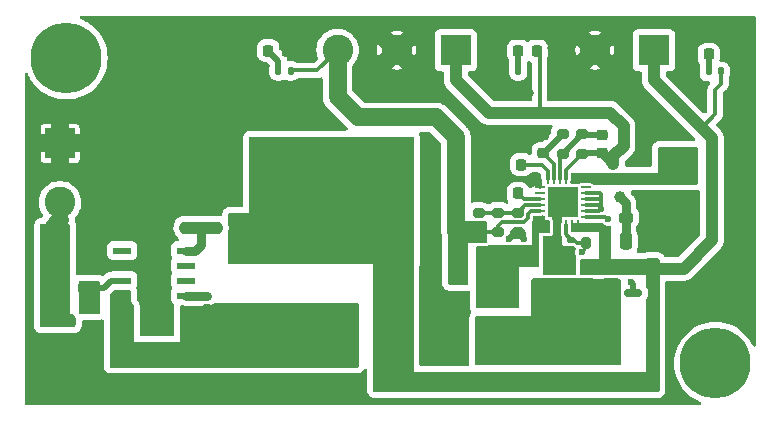
<source format=gtl>
G04 #@! TF.GenerationSoftware,KiCad,Pcbnew,7.0.7*
G04 #@! TF.CreationDate,2023-09-29T07:28:47+02:00*
G04 #@! TF.ProjectId,shmoergh-dual-rail-psu,73686d6f-6572-4676-982d-6475616c2d72,rev?*
G04 #@! TF.SameCoordinates,Original*
G04 #@! TF.FileFunction,Copper,L1,Top*
G04 #@! TF.FilePolarity,Positive*
%FSLAX46Y46*%
G04 Gerber Fmt 4.6, Leading zero omitted, Abs format (unit mm)*
G04 Created by KiCad (PCBNEW 7.0.7) date 2023-09-29 07:28:47*
%MOMM*%
%LPD*%
G01*
G04 APERTURE LIST*
G04 Aperture macros list*
%AMRoundRect*
0 Rectangle with rounded corners*
0 $1 Rounding radius*
0 $2 $3 $4 $5 $6 $7 $8 $9 X,Y pos of 4 corners*
0 Add a 4 corners polygon primitive as box body*
4,1,4,$2,$3,$4,$5,$6,$7,$8,$9,$2,$3,0*
0 Add four circle primitives for the rounded corners*
1,1,$1+$1,$2,$3*
1,1,$1+$1,$4,$5*
1,1,$1+$1,$6,$7*
1,1,$1+$1,$8,$9*
0 Add four rect primitives between the rounded corners*
20,1,$1+$1,$2,$3,$4,$5,0*
20,1,$1+$1,$4,$5,$6,$7,0*
20,1,$1+$1,$6,$7,$8,$9,0*
20,1,$1+$1,$8,$9,$2,$3,0*%
G04 Aperture macros list end*
G04 #@! TA.AperFunction,ComponentPad*
%ADD10R,2.600000X2.600000*%
G04 #@! TD*
G04 #@! TA.AperFunction,ComponentPad*
%ADD11C,2.600000*%
G04 #@! TD*
G04 #@! TA.AperFunction,SMDPad,CuDef*
%ADD12RoundRect,0.135000X0.135000X0.185000X-0.135000X0.185000X-0.135000X-0.185000X0.135000X-0.185000X0*%
G04 #@! TD*
G04 #@! TA.AperFunction,SMDPad,CuDef*
%ADD13RoundRect,0.200000X0.200000X0.275000X-0.200000X0.275000X-0.200000X-0.275000X0.200000X-0.275000X0*%
G04 #@! TD*
G04 #@! TA.AperFunction,SMDPad,CuDef*
%ADD14R,5.400000X2.900000*%
G04 #@! TD*
G04 #@! TA.AperFunction,SMDPad,CuDef*
%ADD15R,2.500000X1.900000*%
G04 #@! TD*
G04 #@! TA.AperFunction,SMDPad,CuDef*
%ADD16RoundRect,0.218750X0.218750X0.256250X-0.218750X0.256250X-0.218750X-0.256250X0.218750X-0.256250X0*%
G04 #@! TD*
G04 #@! TA.AperFunction,SMDPad,CuDef*
%ADD17RoundRect,0.200000X-0.275000X0.200000X-0.275000X-0.200000X0.275000X-0.200000X0.275000X0.200000X0*%
G04 #@! TD*
G04 #@! TA.AperFunction,SMDPad,CuDef*
%ADD18RoundRect,0.225000X0.250000X-0.225000X0.250000X0.225000X-0.250000X0.225000X-0.250000X-0.225000X0*%
G04 #@! TD*
G04 #@! TA.AperFunction,SMDPad,CuDef*
%ADD19RoundRect,0.150000X0.587500X0.150000X-0.587500X0.150000X-0.587500X-0.150000X0.587500X-0.150000X0*%
G04 #@! TD*
G04 #@! TA.AperFunction,SMDPad,CuDef*
%ADD20RoundRect,0.250000X0.650000X-0.325000X0.650000X0.325000X-0.650000X0.325000X-0.650000X-0.325000X0*%
G04 #@! TD*
G04 #@! TA.AperFunction,SMDPad,CuDef*
%ADD21RoundRect,0.225000X-0.375000X0.225000X-0.375000X-0.225000X0.375000X-0.225000X0.375000X0.225000X0*%
G04 #@! TD*
G04 #@! TA.AperFunction,SMDPad,CuDef*
%ADD22RoundRect,0.140000X-0.170000X0.140000X-0.170000X-0.140000X0.170000X-0.140000X0.170000X0.140000X0*%
G04 #@! TD*
G04 #@! TA.AperFunction,SMDPad,CuDef*
%ADD23RoundRect,0.200000X0.275000X-0.200000X0.275000X0.200000X-0.275000X0.200000X-0.275000X-0.200000X0*%
G04 #@! TD*
G04 #@! TA.AperFunction,SMDPad,CuDef*
%ADD24RoundRect,0.225000X0.225000X0.250000X-0.225000X0.250000X-0.225000X-0.250000X0.225000X-0.250000X0*%
G04 #@! TD*
G04 #@! TA.AperFunction,SMDPad,CuDef*
%ADD25RoundRect,0.225000X-0.225000X-0.375000X0.225000X-0.375000X0.225000X0.375000X-0.225000X0.375000X0*%
G04 #@! TD*
G04 #@! TA.AperFunction,ComponentPad*
%ADD26C,0.800000*%
G04 #@! TD*
G04 #@! TA.AperFunction,ComponentPad*
%ADD27C,6.000000*%
G04 #@! TD*
G04 #@! TA.AperFunction,SMDPad,CuDef*
%ADD28RoundRect,0.225000X-0.250000X0.225000X-0.250000X-0.225000X0.250000X-0.225000X0.250000X0.225000X0*%
G04 #@! TD*
G04 #@! TA.AperFunction,SMDPad,CuDef*
%ADD29RoundRect,0.135000X-0.135000X-0.185000X0.135000X-0.185000X0.135000X0.185000X-0.135000X0.185000X0*%
G04 #@! TD*
G04 #@! TA.AperFunction,SMDPad,CuDef*
%ADD30RoundRect,0.062500X0.062500X-0.350000X0.062500X0.350000X-0.062500X0.350000X-0.062500X-0.350000X0*%
G04 #@! TD*
G04 #@! TA.AperFunction,SMDPad,CuDef*
%ADD31RoundRect,0.062500X0.350000X-0.062500X0.350000X0.062500X-0.350000X0.062500X-0.350000X-0.062500X0*%
G04 #@! TD*
G04 #@! TA.AperFunction,SMDPad,CuDef*
%ADD32R,2.600000X2.600000*%
G04 #@! TD*
G04 #@! TA.AperFunction,SMDPad,CuDef*
%ADD33R,2.950000X4.500000*%
G04 #@! TD*
G04 #@! TA.AperFunction,SMDPad,CuDef*
%ADD34R,2.600000X3.100000*%
G04 #@! TD*
G04 #@! TA.AperFunction,SMDPad,CuDef*
%ADD35R,1.550000X0.600000*%
G04 #@! TD*
G04 #@! TA.AperFunction,SMDPad,CuDef*
%ADD36RoundRect,0.250000X-0.250000X-0.475000X0.250000X-0.475000X0.250000X0.475000X-0.250000X0.475000X0*%
G04 #@! TD*
G04 #@! TA.AperFunction,SMDPad,CuDef*
%ADD37RoundRect,0.250000X1.412500X0.550000X-1.412500X0.550000X-1.412500X-0.550000X1.412500X-0.550000X0*%
G04 #@! TD*
G04 #@! TA.AperFunction,SMDPad,CuDef*
%ADD38RoundRect,0.250000X0.250000X0.475000X-0.250000X0.475000X-0.250000X-0.475000X0.250000X-0.475000X0*%
G04 #@! TD*
G04 #@! TA.AperFunction,ViaPad*
%ADD39C,0.800000*%
G04 #@! TD*
G04 #@! TA.AperFunction,ViaPad*
%ADD40C,0.600000*%
G04 #@! TD*
G04 #@! TA.AperFunction,ViaPad*
%ADD41C,1.000000*%
G04 #@! TD*
G04 #@! TA.AperFunction,Conductor*
%ADD42C,0.300000*%
G04 #@! TD*
G04 #@! TA.AperFunction,Conductor*
%ADD43C,1.000000*%
G04 #@! TD*
G04 #@! TA.AperFunction,Conductor*
%ADD44C,0.500000*%
G04 #@! TD*
G04 #@! TA.AperFunction,Conductor*
%ADD45C,1.500000*%
G04 #@! TD*
G04 #@! TA.AperFunction,Conductor*
%ADD46C,0.750000*%
G04 #@! TD*
G04 #@! TA.AperFunction,Conductor*
%ADD47C,0.250000*%
G04 #@! TD*
G04 APERTURE END LIST*
D10*
X72540402Y-64922400D03*
D11*
X67540402Y-64922400D03*
X62540402Y-64922400D03*
D12*
X57527000Y-66675000D03*
X58547000Y-66675000D03*
D13*
X47993800Y-79956600D03*
X49643800Y-79956600D03*
D14*
X61137800Y-79959600D03*
X61137800Y-89859600D03*
D15*
X75873100Y-89493800D03*
X75873100Y-85393800D03*
D16*
X79400500Y-65000750D03*
X77825500Y-65000750D03*
D17*
X81588100Y-72031800D03*
X81588100Y-73681800D03*
D18*
X79937100Y-73631800D03*
X79937100Y-72081800D03*
D19*
X87544600Y-85496400D03*
X87544600Y-83596400D03*
X85669600Y-84546400D03*
D16*
X95529500Y-65278000D03*
X93954500Y-65278000D03*
D20*
X41452800Y-82115600D03*
X41452800Y-85065600D03*
D21*
X86922100Y-75794600D03*
X86922100Y-79094600D03*
D22*
X82321400Y-80977800D03*
X82321400Y-81937800D03*
D17*
X77778100Y-78699800D03*
X77778100Y-80349800D03*
D23*
X76127100Y-80349800D03*
X76127100Y-78699800D03*
D18*
X80445100Y-84934800D03*
X80445100Y-83384800D03*
D24*
X83646100Y-83397800D03*
X82096100Y-83397800D03*
D23*
X74476100Y-80348800D03*
X74476100Y-78698800D03*
D11*
X39039800Y-77811000D03*
D10*
X39039800Y-72811000D03*
D25*
X47674800Y-88338600D03*
X44374800Y-88338600D03*
D22*
X51485800Y-86659600D03*
X51485800Y-85699600D03*
D11*
X84315202Y-64922400D03*
D10*
X89315202Y-64922400D03*
D26*
X41807010Y-65592010D03*
X41148000Y-67183000D03*
X41148000Y-64001020D03*
X39557010Y-67842010D03*
D27*
X39557010Y-65592010D03*
D26*
X39557010Y-63342010D03*
X37966020Y-67183000D03*
X37966020Y-64001020D03*
X37307010Y-65592010D03*
D28*
X84890100Y-72081800D03*
X84890100Y-73631800D03*
D24*
X77804100Y-77047800D03*
X76254100Y-77047800D03*
D19*
X39573200Y-87833200D03*
X41448200Y-86883200D03*
X41448200Y-88783200D03*
D16*
X56661502Y-64955200D03*
X58236502Y-64955200D03*
D29*
X76807600Y-66677150D03*
X77827600Y-66677150D03*
D30*
X80370600Y-79727300D03*
X80870600Y-79727300D03*
X81370600Y-79727300D03*
X81870600Y-79727300D03*
X82370600Y-79727300D03*
X82870600Y-79727300D03*
D31*
X83558100Y-79039800D03*
X83558100Y-78539800D03*
X83558100Y-78039800D03*
X83558100Y-77539800D03*
X83558100Y-77039800D03*
X83558100Y-76539800D03*
D30*
X82870600Y-75852300D03*
X82370600Y-75852300D03*
X81870600Y-75852300D03*
X81370600Y-75852300D03*
X80870600Y-75852300D03*
X80370600Y-75852300D03*
D31*
X79683100Y-76539800D03*
X79683100Y-77039800D03*
X79683100Y-77539800D03*
X79683100Y-78039800D03*
X79683100Y-78539800D03*
X79683100Y-79039800D03*
D32*
X81620600Y-77789800D03*
D13*
X52311800Y-79956600D03*
X53961800Y-79956600D03*
D33*
X47005800Y-83801600D03*
D34*
X47005800Y-83801600D03*
D35*
X44305800Y-85706600D03*
X44305800Y-84436600D03*
X44305800Y-83166600D03*
X44305800Y-81896600D03*
X49705800Y-81896600D03*
X49705800Y-83166600D03*
X49705800Y-84436600D03*
X49705800Y-85706600D03*
D25*
X72571100Y-82762800D03*
X75871100Y-82762800D03*
D15*
X91494100Y-74616800D03*
X91494100Y-78716800D03*
D17*
X83239100Y-72031800D03*
X83239100Y-73681800D03*
D12*
X94972600Y-66725800D03*
X93952600Y-66725800D03*
D24*
X78092600Y-74625200D03*
X76542600Y-74625200D03*
D36*
X86934000Y-81102200D03*
X88834000Y-81102200D03*
D37*
X52250300Y-73987600D03*
X57325300Y-73987600D03*
D26*
X92274000Y-91440000D03*
X92933010Y-89849010D03*
X92933010Y-93030990D03*
X94524000Y-89190000D03*
D27*
X94524000Y-91440000D03*
D26*
X94524000Y-93690000D03*
X96114990Y-89849010D03*
X96114990Y-93030990D03*
X96774000Y-91440000D03*
D13*
X85229200Y-81238800D03*
X83579200Y-81238800D03*
D38*
X72571100Y-80349800D03*
X70671100Y-80349800D03*
D39*
X90805000Y-87630000D03*
X90805000Y-85725000D03*
X94615000Y-86995000D03*
X92710000Y-87630000D03*
X92710000Y-85725000D03*
X94615000Y-83820000D03*
X94615000Y-85725000D03*
X96520000Y-87630000D03*
X96520000Y-85725000D03*
X96520000Y-83820000D03*
X96520000Y-81915000D03*
X96520000Y-80010000D03*
X96520000Y-78105000D03*
X96520000Y-76200000D03*
X96520000Y-74295000D03*
X96520000Y-72390000D03*
X95504000Y-71120000D03*
X97155000Y-70485000D03*
X97155000Y-68580000D03*
X95631000Y-69215000D03*
X93345000Y-68580000D03*
X92075000Y-67310000D03*
X95885000Y-62865000D03*
X93980000Y-62865000D03*
X92075000Y-62865000D03*
D40*
X89027000Y-77343000D03*
X89027000Y-78359000D03*
X89027000Y-79502000D03*
X91059000Y-80010000D03*
X90170000Y-80899000D03*
X91948000Y-81026000D03*
X90932000Y-81915000D03*
X80391000Y-81280000D03*
X81153000Y-81153000D03*
X81280000Y-82169000D03*
X80391000Y-82169000D03*
D39*
X82550000Y-62865000D03*
X86360000Y-62865000D03*
X86360000Y-66675000D03*
X88900000Y-71755000D03*
X89535000Y-70485000D03*
X88265000Y-69215000D03*
X86360000Y-68580000D03*
X84455000Y-68580000D03*
X82550000Y-68580000D03*
X80645000Y-68580000D03*
X78740000Y-68580000D03*
X80645000Y-66675000D03*
X80645000Y-64770000D03*
X80645000Y-62865000D03*
X78105000Y-62865000D03*
X76200000Y-64135000D03*
X69850000Y-66040000D03*
X64770000Y-66040000D03*
X64770000Y-67945000D03*
X66675000Y-67945000D03*
X68580000Y-67945000D03*
X70485000Y-67945000D03*
X76200000Y-71755000D03*
X78105000Y-71755000D03*
X76835000Y-73025000D03*
X74930000Y-73025000D03*
X74930000Y-74930000D03*
X74930000Y-76835000D03*
X70485000Y-73025000D03*
X70485000Y-74930000D03*
X70485000Y-76835000D03*
X70485000Y-78740000D03*
X70485000Y-81915000D03*
X70485000Y-83185000D03*
X70485000Y-85090000D03*
X72390000Y-86995000D03*
X70485000Y-86995000D03*
X70485000Y-88900000D03*
X72390000Y-88900000D03*
X72390000Y-90805000D03*
X70485000Y-90805000D03*
X47625000Y-86995000D03*
X46355000Y-86995000D03*
X46355000Y-88265000D03*
X64135000Y-93980000D03*
X62230000Y-93980000D03*
X60325000Y-93980000D03*
X58420000Y-93980000D03*
X56515000Y-93980000D03*
X54610000Y-93980000D03*
X52705000Y-93980000D03*
X50800000Y-93980000D03*
X48895000Y-93980000D03*
X46990000Y-93980000D03*
X45085000Y-93980000D03*
X43180000Y-93980000D03*
X41275000Y-93980000D03*
X39370000Y-93980000D03*
X37465000Y-93980000D03*
X37465000Y-92075000D03*
X39370000Y-92075000D03*
X41275000Y-92075000D03*
X41275000Y-90170000D03*
X39370000Y-90170000D03*
X37465000Y-90170000D03*
X53340000Y-77470000D03*
X53340000Y-76200000D03*
X51435000Y-78105000D03*
X48895000Y-78105000D03*
X51435000Y-76200000D03*
X46355000Y-78740000D03*
X43815000Y-78740000D03*
X41275000Y-78740000D03*
X41275000Y-76200000D03*
X43815000Y-76200000D03*
X46355000Y-76200000D03*
X48895000Y-76200000D03*
X48895000Y-73660000D03*
X46355000Y-73660000D03*
X43815000Y-73660000D03*
X41275000Y-73660000D03*
X41275000Y-71120000D03*
X43815000Y-71120000D03*
X46355000Y-71120000D03*
X48895000Y-71120000D03*
X51435000Y-71120000D03*
X53975000Y-71120000D03*
X56515000Y-71120000D03*
X59055000Y-71120000D03*
X59055000Y-68580000D03*
X56515000Y-68580000D03*
X53975000Y-68580000D03*
X51435000Y-68580000D03*
X48895000Y-68580000D03*
X46355000Y-68580000D03*
X43815000Y-68580000D03*
X43815000Y-66040000D03*
X46355000Y-66040000D03*
X48895000Y-66040000D03*
X51435000Y-66040000D03*
X53975000Y-66040000D03*
X53975000Y-63500000D03*
X51435000Y-63500000D03*
X48895000Y-63500000D03*
X46355000Y-63500000D03*
X43815000Y-63500000D03*
D40*
X81635600Y-77800200D03*
X82499200Y-76962000D03*
X82499200Y-77800200D03*
X82499200Y-78663800D03*
X80746600Y-78663800D03*
X46355000Y-82067400D03*
X80746600Y-77800200D03*
X46380400Y-85369400D03*
X47625000Y-84302600D03*
X78308200Y-80879900D03*
X46380400Y-83134200D03*
X80746600Y-76936600D03*
X81635600Y-76936600D03*
X47650400Y-82067400D03*
X77038200Y-80899000D03*
X47625000Y-85369400D03*
X81635600Y-78663800D03*
X47625000Y-83083400D03*
X46380400Y-84277200D03*
X84836000Y-78384400D03*
X83210400Y-82016600D03*
D41*
X86410800Y-77343000D03*
X85852000Y-74523600D03*
D40*
X85420200Y-79248000D03*
X87376000Y-84582000D03*
D42*
X93345000Y-71501000D02*
X94500000Y-70346000D01*
X94500000Y-70346000D02*
X94500000Y-68269339D01*
X94500000Y-68269339D02*
X94996000Y-67773339D01*
X94996000Y-67773339D02*
X94996000Y-66749200D01*
X94996000Y-66749200D02*
X94972600Y-66725800D01*
D43*
X89315202Y-67471202D02*
X93345000Y-71501000D01*
X93345000Y-71501000D02*
X94234000Y-72390000D01*
X85598000Y-70231000D02*
X79629000Y-70231000D01*
X79629000Y-70231000D02*
X76708000Y-70231000D01*
D42*
X79400500Y-65000750D02*
X79629000Y-65229250D01*
X79629000Y-65229250D02*
X79629000Y-70231000D01*
X60831202Y-66631600D02*
X58590400Y-66631600D01*
X58590400Y-66631600D02*
X58547000Y-66675000D01*
D44*
X56661502Y-64955200D02*
X57527000Y-65820698D01*
X57527000Y-65820698D02*
X57527000Y-66675000D01*
D42*
X60831202Y-66631600D02*
X62540402Y-64922400D01*
D43*
X76708000Y-70231000D02*
X75311000Y-70231000D01*
X89315202Y-64922400D02*
X89315202Y-67471202D01*
X94234000Y-72390000D02*
X94234000Y-81026000D01*
X91821000Y-83439000D02*
X89154000Y-83439000D01*
X94234000Y-81026000D02*
X91821000Y-83439000D01*
X85852000Y-74523600D02*
X85852000Y-73914000D01*
X86741000Y-71374000D02*
X85598000Y-70231000D01*
X86741000Y-73025000D02*
X86741000Y-71374000D01*
X85852000Y-73914000D02*
X86741000Y-73025000D01*
X72540402Y-67460402D02*
X72540402Y-64922400D01*
X75311000Y-70231000D02*
X72540402Y-67460402D01*
D45*
X72571100Y-80349800D02*
X72571100Y-72317100D01*
X70866000Y-70612000D02*
X64262000Y-70612000D01*
X72571100Y-72317100D02*
X70866000Y-70612000D01*
X64262000Y-70612000D02*
X62540402Y-68890402D01*
X62540402Y-68890402D02*
X62540402Y-64922400D01*
X39039800Y-79324200D02*
X38481000Y-79883000D01*
D44*
X43350800Y-84436600D02*
X42721800Y-85065600D01*
X44305800Y-84436600D02*
X43350800Y-84436600D01*
X42721800Y-85065600D02*
X41452800Y-85065600D01*
X77587400Y-80349800D02*
X77038200Y-80899000D01*
X42602800Y-83166600D02*
X41551800Y-82115600D01*
X77778100Y-80349800D02*
X77587400Y-80349800D01*
X44305800Y-83166600D02*
X42602800Y-83166600D01*
X78308200Y-80879900D02*
X77778100Y-80349800D01*
D42*
X79683100Y-76539800D02*
X79683100Y-75923900D01*
D46*
X44305800Y-83166600D02*
X46370800Y-83166600D01*
D44*
X41551800Y-82115600D02*
X41452800Y-82115600D01*
X46380400Y-83134200D02*
X46888400Y-82880200D01*
D46*
X46370800Y-83166600D02*
X47005800Y-83801600D01*
D42*
X79683100Y-75923900D02*
X79451200Y-75692000D01*
D44*
X46340800Y-83166600D02*
X46380400Y-83134200D01*
X46888400Y-82880200D02*
X46405800Y-83101600D01*
X45999400Y-82804000D02*
X46340800Y-83166600D01*
D46*
X49705800Y-85706600D02*
X51478800Y-85706600D01*
X51478800Y-85706600D02*
X51485800Y-85699600D01*
D47*
X83388200Y-81304800D02*
X83322200Y-81238800D01*
D42*
X84836000Y-77139800D02*
X84836000Y-77520800D01*
X84836000Y-78054200D02*
X84836000Y-78384400D01*
X84836000Y-77520800D02*
X84836000Y-78054200D01*
X83558100Y-78039800D02*
X84821600Y-78039800D01*
X82321400Y-80977800D02*
X81870600Y-80527000D01*
X84836000Y-78384400D02*
X84680600Y-78539800D01*
D47*
X83388200Y-81838800D02*
X83388200Y-81304800D01*
D42*
X83558100Y-77539800D02*
X84817000Y-77539800D01*
X84736000Y-77039800D02*
X84836000Y-77139800D01*
D47*
X83210400Y-82016600D02*
X83388200Y-81838800D01*
D42*
X84817000Y-77539800D02*
X84836000Y-77520800D01*
X82552600Y-80977800D02*
X82321400Y-80977800D01*
X83558100Y-77039800D02*
X84736000Y-77039800D01*
X84680600Y-78539800D02*
X83558100Y-78539800D01*
X84821600Y-78039800D02*
X84836000Y-78054200D01*
D47*
X83195200Y-82001400D02*
X83210400Y-82016600D01*
D42*
X82813600Y-81238800D02*
X82552600Y-80977800D01*
X83195200Y-81238800D02*
X82813600Y-81238800D01*
X81870600Y-80527000D02*
X81870600Y-79727300D01*
X79683100Y-78539800D02*
X78940200Y-78539800D01*
X76454000Y-79502000D02*
X76127100Y-79828900D01*
X76127100Y-80349800D02*
X74477100Y-80349800D01*
X78333600Y-79502000D02*
X76454000Y-79502000D01*
X78689200Y-78790800D02*
X78689200Y-79146400D01*
X76127100Y-79828900D02*
X76127100Y-80349800D01*
X78689200Y-79146400D02*
X78333600Y-79502000D01*
X78940200Y-78539800D02*
X78689200Y-78790800D01*
X74477100Y-80349800D02*
X74476100Y-80348800D01*
X78438100Y-78039800D02*
X77778100Y-78699800D01*
X76127100Y-78699800D02*
X74477100Y-78699800D01*
X74477100Y-78699800D02*
X74476100Y-78698800D01*
X77778100Y-78699800D02*
X76127100Y-78699800D01*
X79683100Y-78039800D02*
X78438100Y-78039800D01*
X79683100Y-77539800D02*
X78296100Y-77539800D01*
X78296100Y-77539800D02*
X77804100Y-77047800D01*
X80370600Y-75138200D02*
X79857600Y-74625200D01*
X80370600Y-75852300D02*
X80370600Y-75138200D01*
X79857600Y-74625200D02*
X78092600Y-74625200D01*
D44*
X83289100Y-73631800D02*
X83239100Y-73681800D01*
X84890100Y-73631800D02*
X83289100Y-73631800D01*
D42*
X81870600Y-75852300D02*
X81870600Y-75050300D01*
D46*
X86922100Y-77854300D02*
X86410800Y-77343000D01*
X85852000Y-74523600D02*
X85781900Y-74523600D01*
X85781900Y-74523600D02*
X84890100Y-73631800D01*
X86934000Y-81102200D02*
X86934000Y-79106500D01*
D42*
X81870600Y-75050300D02*
X83239100Y-73681800D01*
D46*
X86922100Y-79094600D02*
X86922100Y-77854300D01*
X86934000Y-79106500D02*
X86922100Y-79094600D01*
D42*
X81370600Y-73899300D02*
X81588100Y-73681800D01*
X81370600Y-75852300D02*
X81370600Y-73899300D01*
D44*
X81589100Y-73681800D02*
X83239100Y-72031800D01*
X83289100Y-72081800D02*
X83239100Y-72031800D01*
X81588100Y-73681800D02*
X81589100Y-73681800D01*
X84890100Y-72081800D02*
X83289100Y-72081800D01*
D42*
X80870600Y-74565300D02*
X79937100Y-73631800D01*
D44*
X79937100Y-73631800D02*
X79988100Y-73631800D01*
D42*
X80870600Y-75852300D02*
X80870600Y-74565300D01*
D44*
X79988100Y-73631800D02*
X81588100Y-72031800D01*
X93954500Y-65278000D02*
X93954500Y-66723900D01*
X93954500Y-66723900D02*
X93952600Y-66725800D01*
X77825500Y-65000750D02*
X77825500Y-66675050D01*
X87544600Y-84750600D02*
X87376000Y-84582000D01*
D42*
X83558100Y-79039800D02*
X85212000Y-79039800D01*
D44*
X87544600Y-85496400D02*
X87544600Y-84750600D01*
D42*
X85212000Y-79039800D02*
X85420200Y-79248000D01*
D46*
X50462800Y-81896600D02*
X50977800Y-81381600D01*
X50977800Y-81381600D02*
X50977800Y-79956600D01*
D43*
X50977800Y-79956600D02*
X52311800Y-79956600D01*
D46*
X49705800Y-81896600D02*
X50462800Y-81896600D01*
D43*
X49643800Y-79956600D02*
X50977800Y-79956600D01*
G04 #@! TA.AperFunction,Conductor*
G36*
X68954839Y-72257285D02*
G01*
X69000594Y-72310089D01*
X69011800Y-72361600D01*
X69011800Y-82930437D01*
X68992115Y-82997476D01*
X68975482Y-83018117D01*
X68961000Y-83032598D01*
X68961000Y-82169000D01*
X65532000Y-82169000D01*
X65532000Y-83032600D01*
X53387800Y-83032600D01*
X53320761Y-83012915D01*
X53275006Y-82960111D01*
X53263800Y-82908600D01*
X53263800Y-82908599D01*
X53263800Y-80287126D01*
X53267757Y-80256059D01*
X53292107Y-80162010D01*
X53305862Y-80108891D01*
X53305862Y-80108889D01*
X53305862Y-80108888D01*
X53305863Y-80108885D01*
X53316169Y-79905664D01*
X53285356Y-79704529D01*
X53279047Y-79687494D01*
X53271518Y-79667163D01*
X53263800Y-79624100D01*
X53263800Y-78838600D01*
X53283485Y-78771561D01*
X53336289Y-78725806D01*
X53387800Y-78714600D01*
X55041800Y-78714600D01*
X55041800Y-72361600D01*
X55061485Y-72294561D01*
X55114289Y-72248806D01*
X55165800Y-72237600D01*
X68887800Y-72237600D01*
X68954839Y-72257285D01*
G37*
G04 #@! TD.AperFunction*
G04 #@! TA.AperFunction,Conductor*
G36*
X44973339Y-85256784D02*
G01*
X45019094Y-85309588D01*
X45030300Y-85361099D01*
X45030300Y-86099470D01*
X45030301Y-86099476D01*
X45036708Y-86159083D01*
X45087002Y-86293928D01*
X45087006Y-86293935D01*
X45173251Y-86409143D01*
X45173252Y-86409144D01*
X45173254Y-86409146D01*
X45213112Y-86438984D01*
X45254982Y-86494916D01*
X45262800Y-86538249D01*
X45262800Y-89636600D01*
X49199800Y-89636600D01*
X49199800Y-86631152D01*
X49219485Y-86564113D01*
X49272289Y-86518358D01*
X49341447Y-86508414D01*
X49375865Y-86518613D01*
X49424603Y-86541162D01*
X49610584Y-86582100D01*
X51440698Y-86582100D01*
X51445732Y-86582305D01*
X51502644Y-86586939D01*
X51502645Y-86586938D01*
X51502648Y-86586939D01*
X51585241Y-86575685D01*
X51668116Y-86566673D01*
X51668281Y-86566617D01*
X51691157Y-86561255D01*
X51691337Y-86561231D01*
X51769593Y-86532480D01*
X51848580Y-86505867D01*
X51848727Y-86505778D01*
X51869916Y-86495624D01*
X51870088Y-86495561D01*
X51940336Y-86450659D01*
X52011754Y-86407689D01*
X52011883Y-86407566D01*
X52030397Y-86393094D01*
X52030407Y-86393087D01*
X52030544Y-86393000D01*
X52052624Y-86370919D01*
X52113946Y-86337434D01*
X52140306Y-86334600D01*
X64188800Y-86334600D01*
X64255839Y-86354285D01*
X64301594Y-86407089D01*
X64312800Y-86458600D01*
X64312800Y-91671600D01*
X64293115Y-91738639D01*
X64240311Y-91784394D01*
X64188800Y-91795600D01*
X43354800Y-91795600D01*
X43287761Y-91775915D01*
X43242006Y-91723111D01*
X43230800Y-91671600D01*
X43230800Y-85669328D01*
X43250485Y-85602289D01*
X43267114Y-85581652D01*
X43575348Y-85273417D01*
X43636671Y-85239933D01*
X43663029Y-85237099D01*
X44906300Y-85237099D01*
X44973339Y-85256784D01*
G37*
G04 #@! TD.AperFunction*
G04 #@! TA.AperFunction,Conductor*
G36*
X92982321Y-73146602D02*
G01*
X93028814Y-73200258D01*
X93040200Y-73252600D01*
X93040200Y-76175600D01*
X93020198Y-76243721D01*
X92966542Y-76290214D01*
X92914200Y-76301600D01*
X84227240Y-76301600D01*
X84159119Y-76281598D01*
X84138145Y-76264695D01*
X84090400Y-76216950D01*
X83990358Y-76170300D01*
X83954972Y-76165642D01*
X83944779Y-76164300D01*
X83944777Y-76164300D01*
X83171423Y-76164300D01*
X83171412Y-76164301D01*
X83125841Y-76170300D01*
X83125840Y-76170300D01*
X83056275Y-76202739D01*
X83025801Y-76216950D01*
X83025800Y-76216950D01*
X83015811Y-76221609D01*
X83015248Y-76220402D01*
X82958816Y-76239433D01*
X82951464Y-76239218D01*
X82951464Y-76239300D01*
X82372099Y-76239300D01*
X82303978Y-76219298D01*
X82257485Y-76165642D01*
X82246099Y-76113300D01*
X82246099Y-76027769D01*
X82255685Y-75987853D01*
X82253180Y-75987039D01*
X82256243Y-75977609D01*
X82256246Y-75977604D01*
X82271100Y-75883819D01*
X82271100Y-75411600D01*
X82291102Y-75343479D01*
X82344758Y-75296986D01*
X82397100Y-75285600D01*
X89687399Y-75285600D01*
X89687400Y-75285600D01*
X89663499Y-73254082D01*
X89682699Y-73185731D01*
X89735804Y-73138610D01*
X89789491Y-73126600D01*
X92914200Y-73126600D01*
X92982321Y-73146602D01*
G37*
G04 #@! TD.AperFunction*
G04 #@! TA.AperFunction,Conductor*
G36*
X84966176Y-79572802D02*
G01*
X84998017Y-79602096D01*
X85027578Y-79640621D01*
X85142575Y-79728862D01*
X85227021Y-79763839D01*
X85276491Y-79784330D01*
X85420200Y-79803250D01*
X85557154Y-79785219D01*
X85627302Y-79796158D01*
X85680401Y-79843286D01*
X85699600Y-79910141D01*
X85699600Y-82600800D01*
X88646000Y-82600800D01*
X88646000Y-83997800D01*
X86310532Y-83997800D01*
X86290826Y-83996249D01*
X86288622Y-83995900D01*
X85050582Y-83995900D01*
X85048385Y-83996249D01*
X85028677Y-83997800D01*
X83158600Y-83997800D01*
X83090479Y-83977798D01*
X83043986Y-83924142D01*
X83032600Y-83871800D01*
X83032600Y-82726800D01*
X83052602Y-82658679D01*
X83106258Y-82612186D01*
X83158600Y-82600800D01*
X84683600Y-82600800D01*
X84683600Y-80314800D01*
X82397100Y-80314800D01*
X82328979Y-80294798D01*
X82282486Y-80241142D01*
X82271100Y-80188800D01*
X82271100Y-79695777D01*
X82270712Y-79690849D01*
X82272539Y-79690705D01*
X82280634Y-79628094D01*
X82326359Y-79573782D01*
X82394188Y-79552813D01*
X82395981Y-79552800D01*
X84898055Y-79552800D01*
X84966176Y-79572802D01*
G37*
G04 #@! TD.AperFunction*
G04 #@! TA.AperFunction,Conductor*
G36*
X75126121Y-79395002D02*
G01*
X75172614Y-79448658D01*
X75184000Y-79501000D01*
X75184000Y-81128600D01*
X75163998Y-81196721D01*
X75110342Y-81243214D01*
X75058000Y-81254600D01*
X73609200Y-81254600D01*
X73609200Y-84659200D01*
X73589198Y-84727321D01*
X73535542Y-84773814D01*
X73483200Y-84785200D01*
X72008000Y-84785200D01*
X71939879Y-84765198D01*
X71893386Y-84711542D01*
X71882000Y-84659200D01*
X71882000Y-79501000D01*
X71902002Y-79432879D01*
X71955658Y-79386386D01*
X72008000Y-79375000D01*
X75058000Y-79375000D01*
X75126121Y-79395002D01*
G37*
G04 #@! TD.AperFunction*
G04 #@! TA.AperFunction,Conductor*
G36*
X80012221Y-78935301D02*
G01*
X80058714Y-78988957D01*
X80070100Y-79041299D01*
X80070100Y-79114477D01*
X80084633Y-79187539D01*
X80084634Y-79187540D01*
X80139999Y-79270401D01*
X80222860Y-79325766D01*
X80295926Y-79340300D01*
X80369100Y-79340300D01*
X80437221Y-79360302D01*
X80483714Y-79413958D01*
X80495100Y-79466300D01*
X80495100Y-80113976D01*
X80495101Y-80113987D01*
X80501100Y-80159558D01*
X80501100Y-80159559D01*
X80537282Y-80237150D01*
X80547943Y-80307342D01*
X80518963Y-80372154D01*
X80459543Y-80411011D01*
X80423087Y-80416400D01*
X79578200Y-80416400D01*
X79578200Y-83186000D01*
X79558198Y-83254121D01*
X79504542Y-83300614D01*
X79452200Y-83312000D01*
X77901800Y-83312000D01*
X77901800Y-86665800D01*
X77881798Y-86733921D01*
X77828142Y-86780414D01*
X77775800Y-86791800D01*
X74370200Y-86791800D01*
X74302079Y-86771798D01*
X74255586Y-86718142D01*
X74244200Y-86665800D01*
X74244200Y-81636100D01*
X74264202Y-81567979D01*
X74317858Y-81521486D01*
X74370200Y-81510100D01*
X75057995Y-81510100D01*
X75058000Y-81510100D01*
X75112309Y-81504261D01*
X75153265Y-81495351D01*
X75164652Y-81492875D01*
X75164651Y-81492875D01*
X75191028Y-81485639D01*
X75255531Y-81448908D01*
X75317882Y-81432400D01*
X76866968Y-81432400D01*
X76886214Y-81434933D01*
X76886304Y-81434252D01*
X76894490Y-81435329D01*
X76894491Y-81435330D01*
X77038200Y-81454250D01*
X77181909Y-81435330D01*
X77181909Y-81435329D01*
X77190096Y-81434252D01*
X77190185Y-81434933D01*
X77209432Y-81432400D01*
X78283178Y-81432400D01*
X78291410Y-81432940D01*
X78308199Y-81435150D01*
X78308200Y-81435150D01*
X78308201Y-81435150D01*
X78324990Y-81432940D01*
X78333222Y-81432400D01*
X78968600Y-81432400D01*
X78968600Y-79485582D01*
X78988602Y-79417461D01*
X79005511Y-79396480D01*
X79017250Y-79384742D01*
X79027233Y-79365145D01*
X79037567Y-79348283D01*
X79050496Y-79330490D01*
X79057294Y-79309565D01*
X79064861Y-79291299D01*
X79074845Y-79271706D01*
X79074845Y-79271705D01*
X79074846Y-79271704D01*
X79078287Y-79249970D01*
X79082901Y-79230752D01*
X79089699Y-79209833D01*
X79089699Y-79180517D01*
X79089700Y-79180492D01*
X79089700Y-79066300D01*
X79109702Y-78998179D01*
X79163358Y-78951686D01*
X79215700Y-78940300D01*
X79714616Y-78940300D01*
X79714619Y-78940300D01*
X79808404Y-78925446D01*
X79808409Y-78925443D01*
X79817839Y-78922380D01*
X79818651Y-78924881D01*
X79858570Y-78915299D01*
X79944100Y-78915299D01*
X80012221Y-78935301D01*
G37*
G04 #@! TD.AperFunction*
G04 #@! TA.AperFunction,Conductor*
G36*
X81559400Y-79183349D02*
G01*
X81547750Y-79194999D01*
X81501100Y-79295041D01*
X81495100Y-79340616D01*
X81495100Y-79551833D01*
X81485517Y-79591752D01*
X81488018Y-79592565D01*
X81484953Y-79601995D01*
X81470100Y-79695782D01*
X81470100Y-80590434D01*
X81476898Y-80611358D01*
X81481512Y-80630577D01*
X81484953Y-80652300D01*
X81484955Y-80652306D01*
X81494941Y-80671906D01*
X81502506Y-80690169D01*
X81509303Y-80711089D01*
X81509304Y-80711091D01*
X81522231Y-80728883D01*
X81532560Y-80745738D01*
X81542548Y-80765340D01*
X81542549Y-80765341D01*
X81542550Y-80765342D01*
X81559400Y-80782192D01*
X81559400Y-81534000D01*
X82539707Y-81534000D01*
X82546585Y-81539543D01*
X82546708Y-81539391D01*
X82549441Y-81541577D01*
X82552436Y-81544258D01*
X82553610Y-81545204D01*
X82554608Y-81546202D01*
X82554627Y-81546219D01*
X82572526Y-81564118D01*
X82575258Y-81566850D01*
X82594860Y-81576838D01*
X82611718Y-81587169D01*
X82629509Y-81600095D01*
X82629510Y-81600095D01*
X82629511Y-81600096D01*
X82638736Y-81603093D01*
X82697342Y-81643163D01*
X82702400Y-81655130D01*
X82702400Y-81804493D01*
X82674069Y-81872892D01*
X82655150Y-82016599D01*
X82655150Y-82016600D01*
X82674070Y-82160309D01*
X82702400Y-82228706D01*
X82702400Y-83947000D01*
X79908400Y-83947000D01*
X79908400Y-80683059D01*
X79959700Y-80671900D01*
X80423082Y-80671900D01*
X80423087Y-80671900D01*
X80460450Y-80669153D01*
X80460452Y-80669152D01*
X80460461Y-80669152D01*
X80485214Y-80665492D01*
X80496906Y-80663764D01*
X80506903Y-80662083D01*
X80599379Y-80624848D01*
X80646246Y-80594200D01*
X80695800Y-80594200D01*
X80695800Y-80555992D01*
X80752208Y-80476447D01*
X80772233Y-80431661D01*
X80781188Y-80411636D01*
X80781187Y-80411637D01*
X80781188Y-80411635D01*
X80796000Y-80368563D01*
X80800546Y-80268976D01*
X80789885Y-80198784D01*
X80768843Y-80129169D01*
X80762405Y-80115363D01*
X80750600Y-80062113D01*
X80750600Y-79466304D01*
X80750599Y-79466292D01*
X80746460Y-79427795D01*
X80746099Y-79421056D01*
X80746099Y-79340623D01*
X80746098Y-79340612D01*
X80740099Y-79295041D01*
X80740099Y-79295040D01*
X80695800Y-79200040D01*
X80695800Y-78994000D01*
X81559400Y-78994000D01*
X81559400Y-79183349D01*
G37*
G04 #@! TD.AperFunction*
G04 #@! TA.AperFunction,Conductor*
G36*
X86387103Y-84276503D02*
G01*
X86455109Y-84296883D01*
X86501303Y-84350796D01*
X86512400Y-84402501D01*
X86512400Y-91491539D01*
X86492398Y-91559660D01*
X86438742Y-91606153D01*
X86386140Y-91617539D01*
X74319140Y-91592659D01*
X74251061Y-91572516D01*
X74204679Y-91518765D01*
X74193400Y-91466659D01*
X74193400Y-87552800D01*
X74213402Y-87484679D01*
X74267058Y-87438186D01*
X74319400Y-87426800D01*
X78917800Y-87426800D01*
X78942200Y-84376792D01*
X78962746Y-84308833D01*
X79016772Y-84262771D01*
X79068196Y-84251800D01*
X81940400Y-84251800D01*
X86387103Y-84276503D01*
G37*
G04 #@! TD.AperFunction*
G04 #@! TA.AperFunction,Conductor*
G36*
X70360808Y-71882462D02*
G01*
X70391667Y-71906141D01*
X71276959Y-72791433D01*
X71315523Y-72858228D01*
X71320600Y-72896792D01*
X71320600Y-80405958D01*
X71335723Y-80573986D01*
X71335724Y-80573993D01*
X71346112Y-80611631D01*
X71370541Y-80700148D01*
X71371130Y-80702279D01*
X71376500Y-80741920D01*
X71376500Y-84659194D01*
X71376501Y-84659214D01*
X71388049Y-84766634D01*
X71388053Y-84766654D01*
X71399433Y-84818971D01*
X71399436Y-84818982D01*
X71399438Y-84818991D01*
X71407790Y-84844084D01*
X71433567Y-84921533D01*
X71511352Y-85042571D01*
X71556531Y-85094711D01*
X71557605Y-85096021D01*
X71621067Y-85151010D01*
X71666586Y-85190452D01*
X71797464Y-85250222D01*
X71829380Y-85259593D01*
X71865580Y-85270223D01*
X71865583Y-85270223D01*
X71865585Y-85270224D01*
X72008000Y-85290700D01*
X72008004Y-85290700D01*
X73483195Y-85290700D01*
X73483200Y-85290700D01*
X73573773Y-85280962D01*
X73649978Y-85292845D01*
X73710034Y-85341240D01*
X73737846Y-85413179D01*
X73738700Y-85429108D01*
X73738700Y-86665794D01*
X73738701Y-86665814D01*
X73750249Y-86773234D01*
X73750253Y-86773254D01*
X73761633Y-86825571D01*
X73761636Y-86825582D01*
X73761638Y-86825591D01*
X73793493Y-86921300D01*
X73795767Y-86928133D01*
X73836737Y-86991884D01*
X73860221Y-87065350D01*
X73843826Y-87140715D01*
X73823998Y-87170012D01*
X73788150Y-87211383D01*
X73788148Y-87211386D01*
X73728378Y-87342261D01*
X73728378Y-87342263D01*
X73708376Y-87410380D01*
X73708375Y-87410387D01*
X73687901Y-87552787D01*
X73687900Y-87552804D01*
X73687900Y-91466650D01*
X73687901Y-91466674D01*
X73694853Y-91531648D01*
X73682930Y-91607849D01*
X73634504Y-91667880D01*
X73562551Y-91695654D01*
X73546699Y-91696500D01*
X69615500Y-91696500D01*
X69541000Y-91676538D01*
X69486462Y-91622000D01*
X69466500Y-91547500D01*
X69466500Y-83195300D01*
X69475897Y-83143222D01*
X69477132Y-83139909D01*
X69477138Y-83139896D01*
X69496823Y-83072857D01*
X69496824Y-83072855D01*
X69496824Y-83072854D01*
X69496826Y-83072843D01*
X69517298Y-82930451D01*
X69517300Y-82930433D01*
X69517300Y-72361605D01*
X69517298Y-72361584D01*
X69515544Y-72345273D01*
X69512143Y-72313637D01*
X69505748Y-72254147D01*
X69505747Y-72254143D01*
X69501990Y-72236874D01*
X69494541Y-72202633D01*
X69460413Y-72100096D01*
X69460411Y-72100092D01*
X69455246Y-72092055D01*
X69431762Y-72018589D01*
X69448157Y-71943224D01*
X69500038Y-71886153D01*
X69573504Y-71862669D01*
X69580593Y-71862500D01*
X70286308Y-71862500D01*
X70360808Y-71882462D01*
G37*
G04 #@! TD.AperFunction*
G04 #@! TA.AperFunction,Conductor*
G36*
X93129868Y-76792435D02*
G01*
X93194753Y-76834134D01*
X93230095Y-76902688D01*
X93233500Y-76934360D01*
X93233500Y-80549861D01*
X93213538Y-80624361D01*
X93189859Y-80655220D01*
X91450221Y-82394859D01*
X91383426Y-82433423D01*
X91344862Y-82438500D01*
X90335685Y-82438500D01*
X90261185Y-82418538D01*
X90210339Y-82370057D01*
X90167939Y-82304083D01*
X90159825Y-82291457D01*
X90114070Y-82238653D01*
X90064680Y-82195855D01*
X90005334Y-82144431D01*
X89874461Y-82084663D01*
X89874459Y-82084662D01*
X89874454Y-82084660D01*
X89874447Y-82084658D01*
X89807418Y-82064976D01*
X89807417Y-82064975D01*
X89807406Y-82064973D01*
X89665014Y-82044501D01*
X89665002Y-82044500D01*
X89665000Y-82044500D01*
X88734623Y-82044500D01*
X88727019Y-82044907D01*
X88707595Y-82045948D01*
X88707589Y-82045948D01*
X88707584Y-82045949D01*
X88696032Y-82047191D01*
X88667776Y-82050229D01*
X88614353Y-82058885D01*
X88570243Y-82075338D01*
X88545243Y-82084663D01*
X88541913Y-82085905D01*
X88489842Y-82095300D01*
X88009290Y-82095300D01*
X87934790Y-82075338D01*
X87880252Y-82020800D01*
X87860290Y-81946300D01*
X87867853Y-81899432D01*
X87868812Y-81896536D01*
X87868814Y-81896534D01*
X87923999Y-81729997D01*
X87934500Y-81627209D01*
X87934499Y-80577192D01*
X87923999Y-80474403D01*
X87868814Y-80307866D01*
X87831683Y-80247666D01*
X87809563Y-80173778D01*
X87809500Y-80169445D01*
X87809500Y-79894930D01*
X87829462Y-79820430D01*
X87853141Y-79789571D01*
X87853141Y-79789570D01*
X87870068Y-79772644D01*
X87959103Y-79628297D01*
X88012449Y-79467308D01*
X88022600Y-79367945D01*
X88022599Y-78821256D01*
X88012449Y-78721892D01*
X87959103Y-78560903D01*
X87870068Y-78416556D01*
X87841241Y-78387729D01*
X87802677Y-78320934D01*
X87797600Y-78282370D01*
X87797600Y-77892900D01*
X87797846Y-77886850D01*
X87800414Y-77855324D01*
X87802439Y-77830452D01*
X87791185Y-77747858D01*
X87782173Y-77664984D01*
X87782171Y-77664977D01*
X87780436Y-77657091D01*
X87780531Y-77657069D01*
X87778777Y-77649582D01*
X87778682Y-77649606D01*
X87776732Y-77641765D01*
X87747985Y-77563520D01*
X87740699Y-77541897D01*
X87721367Y-77484520D01*
X87721362Y-77484512D01*
X87717975Y-77477189D01*
X87718063Y-77477148D01*
X87714736Y-77470204D01*
X87714649Y-77470248D01*
X87711058Y-77463008D01*
X87666169Y-77392778D01*
X87628588Y-77330320D01*
X87623189Y-77321346D01*
X87623186Y-77321343D01*
X87623185Y-77321341D01*
X87618299Y-77314913D01*
X87618377Y-77314853D01*
X87613640Y-77308792D01*
X87613563Y-77308855D01*
X87608502Y-77302559D01*
X87608500Y-77302556D01*
X87549547Y-77243603D01*
X87549546Y-77243602D01*
X87492232Y-77183095D01*
X87486076Y-77177867D01*
X87486139Y-77177792D01*
X87472300Y-77166356D01*
X87398834Y-77092890D01*
X87361609Y-77030783D01*
X87352073Y-76999348D01*
X87349552Y-76922264D01*
X87385911Y-76854243D01*
X87451409Y-76813515D01*
X87494659Y-76807100D01*
X92914195Y-76807100D01*
X92914200Y-76807100D01*
X92974469Y-76800620D01*
X93021634Y-76795550D01*
X93021639Y-76795549D01*
X93021649Y-76795548D01*
X93052830Y-76788765D01*
X93129868Y-76792435D01*
G37*
G04 #@! TD.AperFunction*
G04 #@! TA.AperFunction,Conductor*
G36*
X81641283Y-81513487D02*
G01*
X81661796Y-81534000D01*
X81559400Y-81534000D01*
X81559400Y-81375030D01*
X81641283Y-81513487D01*
G37*
G04 #@! TD.AperFunction*
G04 #@! TA.AperFunction,Conductor*
G36*
X78262512Y-80154396D02*
G01*
X78262561Y-80153878D01*
X78271895Y-80154759D01*
X78271896Y-80154760D01*
X78271896Y-80154759D01*
X78271897Y-80154760D01*
X78309419Y-80153581D01*
X78384509Y-80171192D01*
X78440733Y-80223990D01*
X78463026Y-80297826D01*
X78463100Y-80302507D01*
X78463100Y-80778175D01*
X78443138Y-80852675D01*
X78388600Y-80907213D01*
X78318967Y-80927095D01*
X78310628Y-80927368D01*
X78305756Y-80927368D01*
X78291458Y-80926900D01*
X78291457Y-80926900D01*
X77220810Y-80926900D01*
X77146310Y-80906938D01*
X77091772Y-80852400D01*
X77071810Y-80777900D01*
X77078556Y-80733573D01*
X77082244Y-80721738D01*
X77096186Y-80676996D01*
X77102600Y-80606416D01*
X77102600Y-80301499D01*
X77122562Y-80227000D01*
X77177100Y-80172462D01*
X77251600Y-80152500D01*
X78245334Y-80152500D01*
X78262512Y-80154396D01*
G37*
G04 #@! TD.AperFunction*
G04 #@! TA.AperFunction,Conductor*
G36*
X82089854Y-76750285D02*
G01*
X82151347Y-76750278D01*
X82151445Y-76749535D01*
X82157090Y-76750278D01*
X82159149Y-76750278D01*
X82159174Y-76750285D01*
X82161122Y-76750806D01*
X82161128Y-76750809D01*
X82161134Y-76750809D01*
X82161135Y-76750810D01*
X82173766Y-76752472D01*
X82271199Y-76765300D01*
X82470000Y-76765299D01*
X82479126Y-76764097D01*
X82555591Y-76774162D01*
X82616783Y-76821113D01*
X82646301Y-76892369D01*
X82646302Y-76931265D01*
X82645100Y-76940396D01*
X82645100Y-77139195D01*
X82659593Y-77249284D01*
X82660119Y-77251248D01*
X82660119Y-77253279D01*
X82660866Y-77258954D01*
X82660119Y-77259052D01*
X82660119Y-77320546D01*
X82660865Y-77320645D01*
X82660119Y-77326311D01*
X82660119Y-77328350D01*
X82659591Y-77330320D01*
X82645100Y-77440394D01*
X82645100Y-77639196D01*
X82659591Y-77749277D01*
X82660116Y-77751233D01*
X82660116Y-77753258D01*
X82660866Y-77758956D01*
X82660116Y-77759054D01*
X82660117Y-77820547D01*
X82660865Y-77820646D01*
X82660117Y-77826320D01*
X82660118Y-77828359D01*
X82659590Y-77830328D01*
X82645100Y-77940394D01*
X82645100Y-78139196D01*
X82659591Y-78249277D01*
X82660116Y-78251233D01*
X82660116Y-78253258D01*
X82660866Y-78258956D01*
X82660116Y-78259054D01*
X82660117Y-78320547D01*
X82660865Y-78320646D01*
X82660117Y-78326320D01*
X82660118Y-78328359D01*
X82659590Y-78330328D01*
X82645100Y-78440394D01*
X82645100Y-78639198D01*
X82645101Y-78639202D01*
X82646303Y-78648333D01*
X82636233Y-78724801D01*
X82589278Y-78785989D01*
X82518020Y-78815502D01*
X82479133Y-78815502D01*
X82470001Y-78814300D01*
X82271204Y-78814300D01*
X82212092Y-78822082D01*
X82161128Y-78828791D01*
X82161126Y-78828791D01*
X82161115Y-78828793D01*
X82159148Y-78829320D01*
X82157113Y-78829319D01*
X82151446Y-78830066D01*
X82151347Y-78829319D01*
X82089853Y-78829319D01*
X82089755Y-78830065D01*
X82084088Y-78829319D01*
X82082046Y-78829319D01*
X82080072Y-78828790D01*
X81970003Y-78814300D01*
X81771203Y-78814300D01*
X81661128Y-78828791D01*
X81524172Y-78885519D01*
X81406564Y-78975764D01*
X81392571Y-78994000D01*
X80848629Y-78994000D01*
X80834636Y-78975764D01*
X80717029Y-78885521D01*
X80717028Y-78885520D01*
X80717026Y-78885519D01*
X80677230Y-78869035D01*
X80616040Y-78822082D01*
X80586525Y-78750825D01*
X80586525Y-78711928D01*
X80596100Y-78639201D01*
X80596099Y-78440400D01*
X80581609Y-78330328D01*
X80581608Y-78330327D01*
X80581608Y-78330322D01*
X80581082Y-78328359D01*
X80581082Y-78326326D01*
X80580334Y-78320644D01*
X80581082Y-78320545D01*
X80581083Y-78259053D01*
X80580335Y-78258955D01*
X80581083Y-78253265D01*
X80581084Y-78251231D01*
X80581084Y-78251230D01*
X80581607Y-78249277D01*
X80581609Y-78249272D01*
X80596100Y-78139201D01*
X80596099Y-77940400D01*
X80581609Y-77830328D01*
X80581607Y-77830324D01*
X80581085Y-77828375D01*
X80581084Y-77826347D01*
X80580334Y-77820644D01*
X80581084Y-77820545D01*
X80581079Y-77759053D01*
X80580334Y-77758955D01*
X80581079Y-77753295D01*
X80581079Y-77751247D01*
X80581083Y-77751231D01*
X80581603Y-77749284D01*
X80581609Y-77749272D01*
X80596100Y-77639201D01*
X80596099Y-77440400D01*
X80581609Y-77330328D01*
X80581606Y-77330320D01*
X80581085Y-77328375D01*
X80581084Y-77326347D01*
X80580334Y-77320644D01*
X80581084Y-77320545D01*
X80581079Y-77259053D01*
X80580335Y-77258955D01*
X80581079Y-77253302D01*
X80581079Y-77251247D01*
X80581086Y-77251222D01*
X80581605Y-77249279D01*
X80581609Y-77249272D01*
X80596100Y-77139201D01*
X80596099Y-76940400D01*
X80594897Y-76931272D01*
X80604963Y-76854806D01*
X80651914Y-76793616D01*
X80723170Y-76764098D01*
X80762069Y-76764098D01*
X80771199Y-76765300D01*
X80970000Y-76765299D01*
X81080072Y-76750809D01*
X81080077Y-76750806D01*
X81082021Y-76750286D01*
X81084044Y-76750285D01*
X81089756Y-76749534D01*
X81089854Y-76750285D01*
X81151347Y-76750278D01*
X81151445Y-76749535D01*
X81157090Y-76750278D01*
X81159149Y-76750278D01*
X81159174Y-76750285D01*
X81161122Y-76750806D01*
X81161128Y-76750809D01*
X81161134Y-76750809D01*
X81161135Y-76750810D01*
X81173766Y-76752472D01*
X81271199Y-76765300D01*
X81470000Y-76765299D01*
X81580072Y-76750809D01*
X81580075Y-76750807D01*
X81582022Y-76750286D01*
X81584045Y-76750285D01*
X81589757Y-76749534D01*
X81589855Y-76750285D01*
X81651347Y-76750278D01*
X81651445Y-76749535D01*
X81657090Y-76750278D01*
X81659150Y-76750278D01*
X81659178Y-76750286D01*
X81661122Y-76750806D01*
X81661128Y-76750809D01*
X81661134Y-76750809D01*
X81661135Y-76750810D01*
X81673766Y-76752472D01*
X81771199Y-76765300D01*
X81970000Y-76765299D01*
X82080072Y-76750809D01*
X82080077Y-76750806D01*
X82082021Y-76750286D01*
X82084044Y-76750285D01*
X82089756Y-76749534D01*
X82089854Y-76750285D01*
G37*
G04 #@! TD.AperFunction*
G04 #@! TA.AperFunction,Conductor*
G36*
X97900000Y-62045462D02*
G01*
X97954538Y-62100000D01*
X97974500Y-62174500D01*
X97974500Y-89880843D01*
X97954538Y-89955343D01*
X97900000Y-90009881D01*
X97825500Y-90029843D01*
X97751000Y-90009881D01*
X97696462Y-89955343D01*
X97692740Y-89948488D01*
X97559685Y-89687354D01*
X97559678Y-89687341D01*
X97359851Y-89379634D01*
X97128949Y-89094494D01*
X96869506Y-88835051D01*
X96584366Y-88604149D01*
X96584367Y-88604149D01*
X96584365Y-88604148D01*
X96276658Y-88404321D01*
X96276645Y-88404314D01*
X95949738Y-88237746D01*
X95949722Y-88237739D01*
X95607215Y-88106263D01*
X95607194Y-88106256D01*
X95252802Y-88011297D01*
X95252800Y-88011296D01*
X94890398Y-87953897D01*
X94550018Y-87936059D01*
X94524000Y-87934696D01*
X94523999Y-87934696D01*
X94157601Y-87953897D01*
X93795199Y-88011296D01*
X93795197Y-88011297D01*
X93440805Y-88106256D01*
X93440784Y-88106263D01*
X93098277Y-88237739D01*
X93098261Y-88237746D01*
X92771354Y-88404314D01*
X92771341Y-88404321D01*
X92463634Y-88604148D01*
X92178490Y-88835054D01*
X91919054Y-89094490D01*
X91688148Y-89379634D01*
X91488321Y-89687341D01*
X91488314Y-89687354D01*
X91321746Y-90014261D01*
X91321739Y-90014277D01*
X91190263Y-90356784D01*
X91190256Y-90356805D01*
X91095297Y-90711197D01*
X91095296Y-90711199D01*
X91037897Y-91073601D01*
X91018696Y-91440000D01*
X91037897Y-91806398D01*
X91095296Y-92168800D01*
X91095297Y-92168802D01*
X91190256Y-92523194D01*
X91190263Y-92523215D01*
X91321739Y-92865722D01*
X91321746Y-92865738D01*
X91488314Y-93192645D01*
X91488321Y-93192658D01*
X91688148Y-93500365D01*
X91688149Y-93500366D01*
X91919051Y-93785506D01*
X92178494Y-94044949D01*
X92442290Y-94258567D01*
X92463634Y-94275851D01*
X92771341Y-94475678D01*
X92771345Y-94475680D01*
X92771348Y-94475682D01*
X93098264Y-94642255D01*
X93213260Y-94686397D01*
X93275656Y-94731731D01*
X93307027Y-94802191D01*
X93298965Y-94878897D01*
X93253630Y-94941295D01*
X93183170Y-94972666D01*
X93159861Y-94974500D01*
X36174500Y-94974500D01*
X36100000Y-94954538D01*
X36045462Y-94900000D01*
X36025500Y-94825500D01*
X36025500Y-88267994D01*
X36832500Y-88267994D01*
X36832501Y-88268015D01*
X36844051Y-88375452D01*
X36844052Y-88375456D01*
X36855258Y-88426963D01*
X36889387Y-88529505D01*
X36967175Y-88650543D01*
X37012929Y-88703346D01*
X37012931Y-88703348D01*
X37121665Y-88797568D01*
X37182270Y-88825245D01*
X37252541Y-88857338D01*
X37276537Y-88864384D01*
X37319582Y-88877024D01*
X37319593Y-88877026D01*
X37461985Y-88897498D01*
X37461989Y-88897498D01*
X37462000Y-88897500D01*
X37462004Y-88897500D01*
X40176877Y-88897500D01*
X40201676Y-88894600D01*
X40293481Y-88883867D01*
X40349144Y-88870671D01*
X40459452Y-88830512D01*
X40577521Y-88748285D01*
X40625686Y-88703313D01*
X40626434Y-88702686D01*
X40628557Y-88700632D01*
X40628590Y-88700602D01*
X40628594Y-88700599D01*
X40718713Y-88588438D01*
X40752291Y-88531658D01*
X40757203Y-88524371D01*
X40759904Y-88520832D01*
X40759922Y-88520811D01*
X40791567Y-88476927D01*
X40851338Y-88346050D01*
X40871023Y-88279011D01*
X40871024Y-88279009D01*
X40871024Y-88279008D01*
X40871026Y-88278997D01*
X40891498Y-88136605D01*
X40891500Y-88136587D01*
X40891500Y-87903500D01*
X40911462Y-87829000D01*
X40966000Y-87774462D01*
X41040500Y-87754500D01*
X42293994Y-87754500D01*
X42294000Y-87754500D01*
X42337483Y-87749824D01*
X42401452Y-87742948D01*
X42401456Y-87742947D01*
X42452967Y-87731741D01*
X42529244Y-87706352D01*
X42606236Y-87701765D01*
X42675206Y-87736288D01*
X42717674Y-87800671D01*
X42725300Y-87847727D01*
X42725300Y-91671594D01*
X42725301Y-91671615D01*
X42736851Y-91779052D01*
X42736852Y-91779056D01*
X42748058Y-91830563D01*
X42782187Y-91933105D01*
X42859975Y-92054143D01*
X42905729Y-92106946D01*
X42905731Y-92106948D01*
X43014465Y-92201168D01*
X43075070Y-92228845D01*
X43145341Y-92260938D01*
X43169337Y-92267984D01*
X43212382Y-92280624D01*
X43212393Y-92280626D01*
X43354785Y-92301098D01*
X43354789Y-92301098D01*
X43354800Y-92301100D01*
X43354804Y-92301100D01*
X64188794Y-92301100D01*
X64188800Y-92301100D01*
X64232283Y-92296424D01*
X64296252Y-92289548D01*
X64296256Y-92289547D01*
X64347767Y-92278341D01*
X64450304Y-92244213D01*
X64571343Y-92166425D01*
X64624147Y-92120670D01*
X64718367Y-92011936D01*
X64741964Y-91960265D01*
X64791072Y-91900790D01*
X64863337Y-91873837D01*
X64939397Y-91886627D01*
X64998872Y-91935734D01*
X65025825Y-92007999D01*
X65026500Y-92022162D01*
X65026500Y-93728994D01*
X65026501Y-93729015D01*
X65038051Y-93836452D01*
X65038052Y-93836456D01*
X65049258Y-93887963D01*
X65083387Y-93990505D01*
X65161175Y-94111543D01*
X65206929Y-94164346D01*
X65206931Y-94164348D01*
X65315665Y-94258568D01*
X65376270Y-94286245D01*
X65446541Y-94318338D01*
X65470537Y-94325384D01*
X65513582Y-94338024D01*
X65513593Y-94338026D01*
X65655985Y-94358498D01*
X65655989Y-94358498D01*
X65656000Y-94358500D01*
X65656004Y-94358500D01*
X89664994Y-94358500D01*
X89665000Y-94358500D01*
X89708483Y-94353824D01*
X89772452Y-94346948D01*
X89772456Y-94346947D01*
X89823967Y-94335741D01*
X89926504Y-94301613D01*
X90047543Y-94223825D01*
X90100347Y-94178070D01*
X90194567Y-94069336D01*
X90254338Y-93938459D01*
X90269164Y-93887967D01*
X90274024Y-93871418D01*
X90274024Y-93871417D01*
X90274026Y-93871406D01*
X90294498Y-93729014D01*
X90294500Y-93728996D01*
X90294500Y-84588500D01*
X90314462Y-84514000D01*
X90369000Y-84459462D01*
X90443500Y-84439500D01*
X91808284Y-84439500D01*
X91818181Y-84439750D01*
X91897355Y-84441757D01*
X91897357Y-84441756D01*
X91897363Y-84441757D01*
X91897367Y-84441756D01*
X91897370Y-84441756D01*
X91919484Y-84437791D01*
X91957286Y-84431016D01*
X91962873Y-84430232D01*
X92023438Y-84424074D01*
X92055459Y-84414026D01*
X92064622Y-84411778D01*
X92097647Y-84405859D01*
X92097646Y-84405859D01*
X92097653Y-84405858D01*
X92154190Y-84383273D01*
X92159479Y-84381390D01*
X92217588Y-84363159D01*
X92246935Y-84346869D01*
X92255451Y-84342825D01*
X92286617Y-84330377D01*
X92337462Y-84296866D01*
X92342252Y-84293964D01*
X92395502Y-84264409D01*
X92420965Y-84242548D01*
X92428500Y-84236867D01*
X92456519Y-84218402D01*
X92499569Y-84175350D01*
X92503711Y-84171513D01*
X92549895Y-84131866D01*
X92570435Y-84105328D01*
X92576672Y-84098248D01*
X94932487Y-81742433D01*
X94997050Y-81681062D01*
X94997050Y-81681061D01*
X94997053Y-81681059D01*
X95031842Y-81631074D01*
X95035214Y-81626602D01*
X95073698Y-81579407D01*
X95089232Y-81549668D01*
X95094125Y-81541591D01*
X95098072Y-81535919D01*
X95113295Y-81514049D01*
X95137309Y-81458088D01*
X95139720Y-81453012D01*
X95167909Y-81399049D01*
X95177141Y-81366778D01*
X95180297Y-81357914D01*
X95193540Y-81327058D01*
X95205794Y-81267422D01*
X95207134Y-81261958D01*
X95223886Y-81203418D01*
X95226434Y-81169947D01*
X95227745Y-81160610D01*
X95234500Y-81127739D01*
X95234500Y-81066875D01*
X95234715Y-81061216D01*
X95239337Y-81000523D01*
X95235097Y-80967233D01*
X95234499Y-80957810D01*
X95234500Y-72402714D01*
X95236757Y-72313640D01*
X95236756Y-72313639D01*
X95236757Y-72313637D01*
X95227313Y-72260945D01*
X95226019Y-72253725D01*
X95225232Y-72248117D01*
X95220607Y-72202636D01*
X95219074Y-72187562D01*
X95209023Y-72155528D01*
X95206780Y-72146389D01*
X95200858Y-72113347D01*
X95178275Y-72056812D01*
X95176383Y-72051497D01*
X95158161Y-71993417D01*
X95158157Y-71993408D01*
X95141873Y-71964071D01*
X95137822Y-71955541D01*
X95132902Y-71943224D01*
X95125377Y-71924383D01*
X95117565Y-71912529D01*
X95091884Y-71873563D01*
X95088949Y-71868719D01*
X95059411Y-71815501D01*
X95059408Y-71815497D01*
X95037539Y-71790022D01*
X95031870Y-71782503D01*
X95013402Y-71754482D01*
X94970368Y-71711448D01*
X94966519Y-71707294D01*
X94926867Y-71661106D01*
X94900326Y-71640561D01*
X94893242Y-71634321D01*
X94617791Y-71358871D01*
X94579227Y-71292076D01*
X94579227Y-71214948D01*
X94617788Y-71148157D01*
X94897563Y-70868381D01*
X94911051Y-70857579D01*
X94910718Y-70857176D01*
X94917933Y-70851205D01*
X94917940Y-70851202D01*
X94967190Y-70798755D01*
X94988912Y-70777034D01*
X94993049Y-70771699D01*
X94997591Y-70766380D01*
X95030448Y-70731393D01*
X95039721Y-70714523D01*
X95052562Y-70694974D01*
X95064363Y-70679763D01*
X95083428Y-70635704D01*
X95086502Y-70629430D01*
X95109627Y-70587368D01*
X95114413Y-70568722D01*
X95121986Y-70546600D01*
X95129636Y-70528926D01*
X95137143Y-70481526D01*
X95138562Y-70474668D01*
X95150500Y-70428177D01*
X95150500Y-70408921D01*
X95152335Y-70385610D01*
X95155347Y-70366595D01*
X95150831Y-70318815D01*
X95150500Y-70311800D01*
X95150500Y-68600502D01*
X95170462Y-68526002D01*
X95194138Y-68495146D01*
X95393563Y-68295720D01*
X95407051Y-68284918D01*
X95406718Y-68284515D01*
X95413933Y-68278544D01*
X95413940Y-68278541D01*
X95463190Y-68226094D01*
X95484911Y-68204374D01*
X95489045Y-68199043D01*
X95493600Y-68193710D01*
X95526448Y-68158732D01*
X95535724Y-68141856D01*
X95548559Y-68122317D01*
X95560362Y-68107103D01*
X95579425Y-68063047D01*
X95582508Y-68056758D01*
X95605627Y-68014707D01*
X95610416Y-67996053D01*
X95617989Y-67973935D01*
X95625636Y-67956265D01*
X95633143Y-67908865D01*
X95634563Y-67902003D01*
X95646500Y-67855516D01*
X95646500Y-67836260D01*
X95648335Y-67812949D01*
X95649276Y-67807008D01*
X95651347Y-67793934D01*
X95648530Y-67764137D01*
X95646831Y-67746156D01*
X95646500Y-67739141D01*
X95646500Y-67288756D01*
X95666462Y-67214256D01*
X95667182Y-67213023D01*
X95695469Y-67165193D01*
X95740265Y-67011004D01*
X95743100Y-66974981D01*
X95743099Y-66476620D01*
X95740265Y-66440596D01*
X95695469Y-66286407D01*
X95613735Y-66148202D01*
X95500198Y-66034665D01*
X95413491Y-65983387D01*
X95361995Y-65952932D01*
X95361994Y-65952931D01*
X95361993Y-65952931D01*
X95297398Y-65934164D01*
X95207806Y-65908135D01*
X95195796Y-65907190D01*
X95171781Y-65905300D01*
X95171777Y-65905300D01*
X95014347Y-65905300D01*
X94939847Y-65885338D01*
X94885309Y-65830800D01*
X94865347Y-65756300D01*
X94872910Y-65709431D01*
X94873613Y-65707310D01*
X94882436Y-65680685D01*
X94892500Y-65582174D01*
X94892500Y-64973826D01*
X94882436Y-64875315D01*
X94829549Y-64715713D01*
X94741281Y-64572609D01*
X94622391Y-64453719D01*
X94479287Y-64365451D01*
X94319686Y-64312564D01*
X94319687Y-64312564D01*
X94286848Y-64309209D01*
X94221174Y-64302500D01*
X93687826Y-64302500D01*
X93622152Y-64309209D01*
X93589313Y-64312564D01*
X93429713Y-64365451D01*
X93429712Y-64365451D01*
X93286610Y-64453718D01*
X93167718Y-64572610D01*
X93079451Y-64715712D01*
X93079451Y-64715713D01*
X93026564Y-64875313D01*
X93026563Y-64875315D01*
X93026564Y-64875315D01*
X93016500Y-64973826D01*
X93016500Y-65582174D01*
X93024390Y-65659402D01*
X93026564Y-65680686D01*
X93036741Y-65711397D01*
X93076307Y-65830800D01*
X93079451Y-65840286D01*
X93079451Y-65840287D01*
X93167716Y-65983387D01*
X93171876Y-65988647D01*
X93202426Y-66059467D01*
X93204000Y-66081065D01*
X93204000Y-66353767D01*
X93198084Y-66395336D01*
X93184935Y-66440593D01*
X93183517Y-66458607D01*
X93183036Y-66464733D01*
X93182100Y-66476622D01*
X93182101Y-66974974D01*
X93182101Y-66974975D01*
X93184934Y-67010999D01*
X93184934Y-67011002D01*
X93184935Y-67011004D01*
X93229731Y-67165193D01*
X93311465Y-67303398D01*
X93425002Y-67416935D01*
X93563207Y-67498669D01*
X93717396Y-67543465D01*
X93753419Y-67546300D01*
X93942303Y-67546299D01*
X94016802Y-67566261D01*
X94071340Y-67620798D01*
X94091303Y-67695298D01*
X94071341Y-67769798D01*
X94050921Y-67797294D01*
X94032811Y-67816580D01*
X94011095Y-67838297D01*
X94011080Y-67838314D01*
X94006944Y-67843644D01*
X94002395Y-67848970D01*
X93969551Y-67883946D01*
X93960273Y-67900823D01*
X93947444Y-67920353D01*
X93935638Y-67935574D01*
X93935636Y-67935578D01*
X93916581Y-67979609D01*
X93913494Y-67985911D01*
X93890374Y-68027968D01*
X93890373Y-68027969D01*
X93885581Y-68046633D01*
X93878011Y-68068742D01*
X93870364Y-68086414D01*
X93862859Y-68133799D01*
X93861436Y-68140673D01*
X93849500Y-68187162D01*
X93849500Y-68187163D01*
X93849500Y-68187164D01*
X93849500Y-68206417D01*
X93847665Y-68229728D01*
X93844653Y-68248742D01*
X93849169Y-68296519D01*
X93849500Y-68303535D01*
X93849500Y-70014835D01*
X93829538Y-70089335D01*
X93805859Y-70120194D01*
X93697846Y-70228207D01*
X93631051Y-70266771D01*
X93553923Y-70266771D01*
X93487128Y-70228207D01*
X90359343Y-67100422D01*
X90320779Y-67033627D01*
X90315702Y-66995063D01*
X90315702Y-66871899D01*
X90335664Y-66797399D01*
X90390202Y-66742861D01*
X90464702Y-66722899D01*
X90663066Y-66722899D01*
X90663074Y-66722899D01*
X90722685Y-66716491D01*
X90833368Y-66675209D01*
X90857531Y-66666197D01*
X90857535Y-66666195D01*
X90915140Y-66623071D01*
X90972748Y-66579946D01*
X91035219Y-66496496D01*
X91058997Y-66464733D01*
X91058999Y-66464729D01*
X91086948Y-66389792D01*
X91109293Y-66329883D01*
X91112030Y-66304429D01*
X91115701Y-66270285D01*
X91115701Y-66270282D01*
X91115702Y-66270273D01*
X91115701Y-63574528D01*
X91109293Y-63514917D01*
X91094790Y-63476033D01*
X91058999Y-63380070D01*
X91058997Y-63380066D01*
X90972749Y-63264855D01*
X90972746Y-63264852D01*
X90857535Y-63178604D01*
X90857531Y-63178602D01*
X90722684Y-63128308D01*
X90663078Y-63121900D01*
X87967338Y-63121900D01*
X87967313Y-63121902D01*
X87907723Y-63128308D01*
X87907717Y-63128309D01*
X87772872Y-63178602D01*
X87772868Y-63178604D01*
X87657657Y-63264852D01*
X87657654Y-63264855D01*
X87571406Y-63380066D01*
X87571404Y-63380070D01*
X87521110Y-63514917D01*
X87514702Y-63574514D01*
X87514702Y-66270263D01*
X87514704Y-66270288D01*
X87521110Y-66329878D01*
X87521111Y-66329884D01*
X87571404Y-66464729D01*
X87571406Y-66464733D01*
X87657654Y-66579944D01*
X87657657Y-66579947D01*
X87772868Y-66666195D01*
X87772872Y-66666197D01*
X87907719Y-66716491D01*
X87967316Y-66722899D01*
X87967320Y-66722899D01*
X87967329Y-66722900D01*
X88165702Y-66722899D01*
X88240201Y-66742861D01*
X88294739Y-66797398D01*
X88314702Y-66871898D01*
X88314702Y-67458487D01*
X88312444Y-67547561D01*
X88312445Y-67547565D01*
X88323186Y-67607498D01*
X88323970Y-67613088D01*
X88330126Y-67673632D01*
X88330129Y-67673643D01*
X88340173Y-67705659D01*
X88342422Y-67714823D01*
X88348344Y-67747855D01*
X88370923Y-67804384D01*
X88372822Y-67809717D01*
X88391043Y-67867790D01*
X88391044Y-67867792D01*
X88407330Y-67897134D01*
X88411376Y-67905653D01*
X88423825Y-67936818D01*
X88423828Y-67936825D01*
X88457317Y-67987638D01*
X88460251Y-67992481D01*
X88483796Y-68034901D01*
X88489793Y-68045704D01*
X88508846Y-68067898D01*
X88511647Y-68071160D01*
X88517331Y-68078698D01*
X88535796Y-68106717D01*
X88578838Y-68149759D01*
X88582687Y-68153912D01*
X88622331Y-68200092D01*
X88622333Y-68200093D01*
X88622336Y-68200097D01*
X88648873Y-68220638D01*
X88655951Y-68226872D01*
X92565596Y-72136516D01*
X92565598Y-72136519D01*
X92795822Y-72366743D01*
X92834385Y-72433536D01*
X92834385Y-72510664D01*
X92795821Y-72577459D01*
X92729026Y-72616023D01*
X92690462Y-72621100D01*
X89789491Y-72621100D01*
X89765106Y-72623794D01*
X89679138Y-72633292D01*
X89625453Y-72645301D01*
X89625441Y-72645305D01*
X89520418Y-72681291D01*
X89400294Y-72760504D01*
X89347201Y-72807614D01*
X89347185Y-72807630D01*
X89254264Y-72917450D01*
X89254262Y-72917454D01*
X89196035Y-73049024D01*
X89177914Y-73113535D01*
X89177584Y-73114505D01*
X89176833Y-73117376D01*
X89158034Y-73260026D01*
X89174144Y-74629347D01*
X89155059Y-74704077D01*
X89101167Y-74759252D01*
X89026907Y-74780090D01*
X89025154Y-74780100D01*
X87001500Y-74780100D01*
X86927000Y-74760138D01*
X86872462Y-74705600D01*
X86852500Y-74631100D01*
X86852500Y-74576418D01*
X86852859Y-74569111D01*
X86854091Y-74556600D01*
X86857341Y-74523600D01*
X86854650Y-74496286D01*
X86852859Y-74478086D01*
X86852500Y-74470780D01*
X86852500Y-74390137D01*
X86872462Y-74315637D01*
X86896137Y-74284781D01*
X87439468Y-73741451D01*
X87504053Y-73680059D01*
X87538844Y-73630071D01*
X87542219Y-73625596D01*
X87580698Y-73578407D01*
X87596232Y-73548668D01*
X87601125Y-73540591D01*
X87605072Y-73534919D01*
X87620295Y-73513049D01*
X87644309Y-73457088D01*
X87646720Y-73452012D01*
X87674909Y-73398049D01*
X87684141Y-73365779D01*
X87687297Y-73356915D01*
X87700540Y-73326058D01*
X87712793Y-73266430D01*
X87714134Y-73260963D01*
X87730887Y-73202418D01*
X87733435Y-73168944D01*
X87734746Y-73159606D01*
X87736807Y-73149572D01*
X87741500Y-73126741D01*
X87741500Y-73065878D01*
X87741715Y-73060219D01*
X87742568Y-73049024D01*
X87746337Y-72999524D01*
X87742098Y-72966235D01*
X87741500Y-72956813D01*
X87741500Y-71386698D01*
X87743757Y-71297645D01*
X87743756Y-71297643D01*
X87743757Y-71297637D01*
X87737956Y-71265273D01*
X87733019Y-71237725D01*
X87732232Y-71232117D01*
X87726074Y-71171564D01*
X87726074Y-71171562D01*
X87716023Y-71139528D01*
X87713780Y-71130389D01*
X87707858Y-71097347D01*
X87685275Y-71040812D01*
X87683383Y-71035497D01*
X87665161Y-70977417D01*
X87665157Y-70977408D01*
X87648873Y-70948071D01*
X87644822Y-70939541D01*
X87640806Y-70929487D01*
X87632377Y-70908383D01*
X87598886Y-70857566D01*
X87595952Y-70852724D01*
X87593869Y-70848972D01*
X87566409Y-70799498D01*
X87544548Y-70774033D01*
X87538869Y-70766502D01*
X87520402Y-70738481D01*
X87477362Y-70695441D01*
X87473513Y-70691287D01*
X87433867Y-70645106D01*
X87407330Y-70624564D01*
X87400246Y-70618325D01*
X87148516Y-70366595D01*
X86314451Y-69532531D01*
X86253059Y-69467947D01*
X86222165Y-69446444D01*
X86203098Y-69433173D01*
X86198576Y-69429763D01*
X86151406Y-69391301D01*
X86139979Y-69385332D01*
X86121652Y-69375759D01*
X86113594Y-69370877D01*
X86086049Y-69351705D01*
X86086045Y-69351703D01*
X86086040Y-69351700D01*
X86030117Y-69327702D01*
X86025001Y-69325273D01*
X86010980Y-69317949D01*
X85971049Y-69297091D01*
X85971047Y-69297090D01*
X85971045Y-69297089D01*
X85938787Y-69287858D01*
X85929897Y-69284693D01*
X85899062Y-69271461D01*
X85899059Y-69271460D01*
X85839428Y-69259205D01*
X85833935Y-69257856D01*
X85819615Y-69253759D01*
X85775421Y-69241113D01*
X85775416Y-69241112D01*
X85741945Y-69238563D01*
X85732602Y-69237252D01*
X85699741Y-69230500D01*
X85638879Y-69230500D01*
X85633223Y-69230285D01*
X85626333Y-69229760D01*
X85572523Y-69225662D01*
X85539238Y-69229902D01*
X85529816Y-69230500D01*
X80428500Y-69230500D01*
X80354000Y-69210538D01*
X80299462Y-69156000D01*
X80279500Y-69081500D01*
X80279500Y-66495916D01*
X83802345Y-66495916D01*
X83803746Y-66496495D01*
X84056279Y-66557123D01*
X84315202Y-66577501D01*
X84574124Y-66557123D01*
X84826654Y-66496496D01*
X84826659Y-66496495D01*
X84828056Y-66495916D01*
X84315202Y-65983060D01*
X83802345Y-66495916D01*
X80279500Y-66495916D01*
X80279500Y-65575157D01*
X80287063Y-65528289D01*
X80328436Y-65403435D01*
X80338500Y-65304924D01*
X80338500Y-64922400D01*
X82660100Y-64922400D01*
X82680478Y-65181322D01*
X82741105Y-65433853D01*
X82741108Y-65433862D01*
X82741684Y-65435254D01*
X82741685Y-65435254D01*
X83254540Y-64922399D01*
X83213403Y-64881262D01*
X83661329Y-64881262D01*
X83671641Y-65045166D01*
X83715881Y-65181322D01*
X83722390Y-65201356D01*
X83810386Y-65340017D01*
X83810387Y-65340017D01*
X83810388Y-65340019D01*
X83930105Y-65452440D01*
X83983105Y-65481577D01*
X84074018Y-65531558D01*
X84128968Y-65545666D01*
X84233088Y-65572400D01*
X84233090Y-65572400D01*
X84356097Y-65572400D01*
X84356096Y-65572399D01*
X84478135Y-65556983D01*
X84630831Y-65496526D01*
X84763694Y-65399995D01*
X84868377Y-65273455D01*
X84938302Y-65124857D01*
X84969075Y-64963538D01*
X84966487Y-64922398D01*
X85375862Y-64922398D01*
X85888718Y-65435254D01*
X85889297Y-65433857D01*
X85889298Y-65433852D01*
X85949925Y-65181322D01*
X85970303Y-64922400D01*
X85949925Y-64663477D01*
X85889297Y-64410944D01*
X85888717Y-64409543D01*
X85375862Y-64922398D01*
X84966487Y-64922398D01*
X84958763Y-64799634D01*
X84908014Y-64643444D01*
X84820016Y-64504781D01*
X84700299Y-64392360D01*
X84696379Y-64390205D01*
X84556385Y-64313241D01*
X84397317Y-64272400D01*
X84397316Y-64272400D01*
X84274308Y-64272400D01*
X84274307Y-64272400D01*
X84152268Y-64287817D01*
X83999573Y-64348274D01*
X83866713Y-64444802D01*
X83866706Y-64444809D01*
X83762028Y-64571341D01*
X83762025Y-64571347D01*
X83692103Y-64719938D01*
X83692102Y-64719940D01*
X83676900Y-64799634D01*
X83661329Y-64881262D01*
X83213403Y-64881262D01*
X82741685Y-64409544D01*
X82741103Y-64410953D01*
X82680478Y-64663477D01*
X82660100Y-64922400D01*
X80338500Y-64922400D01*
X80338500Y-64696576D01*
X80328436Y-64598065D01*
X80275549Y-64438463D01*
X80187281Y-64295359D01*
X80068391Y-64176469D01*
X79925287Y-64088201D01*
X79787827Y-64042651D01*
X79765686Y-64035314D01*
X79765687Y-64035314D01*
X79732848Y-64031959D01*
X79667174Y-64025250D01*
X79133826Y-64025250D01*
X79068152Y-64031959D01*
X79035313Y-64035314D01*
X78875713Y-64088201D01*
X78875712Y-64088201D01*
X78732608Y-64176469D01*
X78718356Y-64190721D01*
X78651561Y-64229284D01*
X78574432Y-64229282D01*
X78507644Y-64190721D01*
X78493392Y-64176470D01*
X78493391Y-64176469D01*
X78350287Y-64088201D01*
X78190686Y-64035314D01*
X78190687Y-64035314D01*
X78157848Y-64031959D01*
X78092174Y-64025250D01*
X77558826Y-64025250D01*
X77493152Y-64031959D01*
X77460313Y-64035314D01*
X77300713Y-64088201D01*
X77300712Y-64088201D01*
X77157610Y-64176468D01*
X77038718Y-64295360D01*
X76950451Y-64438462D01*
X76950451Y-64438463D01*
X76897564Y-64598063D01*
X76897563Y-64598065D01*
X76897564Y-64598065D01*
X76887500Y-64696576D01*
X76887500Y-65304924D01*
X76891600Y-65345057D01*
X76897564Y-65403436D01*
X76950451Y-65563036D01*
X76950451Y-65563037D01*
X77038716Y-65706137D01*
X77042876Y-65711397D01*
X77073426Y-65782217D01*
X77075000Y-65803815D01*
X77075000Y-66318885D01*
X77069084Y-66360454D01*
X77059935Y-66391943D01*
X77057100Y-66427972D01*
X77057101Y-66926324D01*
X77057101Y-66926325D01*
X77059934Y-66962349D01*
X77059934Y-66962352D01*
X77059935Y-66962354D01*
X77104731Y-67116543D01*
X77186465Y-67254748D01*
X77300002Y-67368285D01*
X77438207Y-67450019D01*
X77592396Y-67494815D01*
X77628419Y-67497650D01*
X78026780Y-67497649D01*
X78062804Y-67494815D01*
X78216993Y-67450019D01*
X78355198Y-67368285D01*
X78468735Y-67254748D01*
X78550469Y-67116543D01*
X78595265Y-66962354D01*
X78598100Y-66926331D01*
X78598099Y-66427970D01*
X78595265Y-66391946D01*
X78581916Y-66345998D01*
X78576000Y-66304429D01*
X78576000Y-65995401D01*
X78595962Y-65920901D01*
X78650500Y-65866363D01*
X78725000Y-65846401D01*
X78799500Y-65866363D01*
X78803180Y-65868560D01*
X78875713Y-65913299D01*
X78876361Y-65913513D01*
X78876815Y-65913812D01*
X78883578Y-65916966D01*
X78883116Y-65917956D01*
X78940802Y-65955892D01*
X78975420Y-66024814D01*
X78978500Y-66054952D01*
X78978500Y-69081500D01*
X78958538Y-69156000D01*
X78904000Y-69210538D01*
X78829500Y-69230500D01*
X75787139Y-69230500D01*
X75712639Y-69210538D01*
X75681780Y-69186859D01*
X73584543Y-67089622D01*
X73545979Y-67022827D01*
X73540902Y-66984263D01*
X73540902Y-66871899D01*
X73560864Y-66797399D01*
X73615402Y-66742861D01*
X73689902Y-66722899D01*
X73888266Y-66722899D01*
X73888274Y-66722899D01*
X73947885Y-66716491D01*
X74058568Y-66675209D01*
X74082731Y-66666197D01*
X74082735Y-66666195D01*
X74140340Y-66623071D01*
X74197948Y-66579946D01*
X74260419Y-66496496D01*
X74284197Y-66464733D01*
X74284199Y-66464729D01*
X74312148Y-66389792D01*
X74334493Y-66329883D01*
X74337230Y-66304429D01*
X74340901Y-66270285D01*
X74340901Y-66270282D01*
X74340902Y-66270273D01*
X74340901Y-63574528D01*
X74334493Y-63514917D01*
X74319990Y-63476033D01*
X74284199Y-63380070D01*
X74284197Y-63380066D01*
X74260853Y-63348883D01*
X83802346Y-63348883D01*
X84315201Y-63861738D01*
X84828056Y-63348883D01*
X84828056Y-63348882D01*
X84826664Y-63348306D01*
X84826655Y-63348303D01*
X84574124Y-63287676D01*
X84315202Y-63267298D01*
X84056279Y-63287676D01*
X83803755Y-63348301D01*
X83802346Y-63348883D01*
X74260853Y-63348883D01*
X74197949Y-63264855D01*
X74197946Y-63264852D01*
X74082735Y-63178604D01*
X74082731Y-63178602D01*
X73947884Y-63128308D01*
X73888278Y-63121900D01*
X71192538Y-63121900D01*
X71192513Y-63121902D01*
X71132923Y-63128308D01*
X71132917Y-63128309D01*
X70998072Y-63178602D01*
X70998068Y-63178604D01*
X70882857Y-63264852D01*
X70882854Y-63264855D01*
X70796606Y-63380066D01*
X70796604Y-63380070D01*
X70746310Y-63514917D01*
X70739902Y-63574514D01*
X70739902Y-66270263D01*
X70739904Y-66270288D01*
X70746310Y-66329878D01*
X70746311Y-66329884D01*
X70796604Y-66464729D01*
X70796606Y-66464733D01*
X70882854Y-66579944D01*
X70882857Y-66579947D01*
X70998068Y-66666195D01*
X70998072Y-66666197D01*
X71132919Y-66716491D01*
X71192516Y-66722899D01*
X71192520Y-66722899D01*
X71192529Y-66722900D01*
X71390902Y-66722899D01*
X71465401Y-66742861D01*
X71519939Y-66797398D01*
X71539902Y-66871898D01*
X71539902Y-67447687D01*
X71537644Y-67536761D01*
X71540821Y-67554489D01*
X71548386Y-67596698D01*
X71549170Y-67602288D01*
X71555326Y-67662832D01*
X71555329Y-67662843D01*
X71565373Y-67694859D01*
X71567622Y-67704023D01*
X71573544Y-67737055D01*
X71596123Y-67793584D01*
X71598022Y-67798917D01*
X71616243Y-67856990D01*
X71616244Y-67856992D01*
X71632530Y-67886334D01*
X71636576Y-67894853D01*
X71642173Y-67908865D01*
X71649025Y-67926018D01*
X71649028Y-67926025D01*
X71682517Y-67976838D01*
X71685451Y-67981681D01*
X71711144Y-68027971D01*
X71714993Y-68034904D01*
X71736400Y-68059840D01*
X71736847Y-68060360D01*
X71742531Y-68067898D01*
X71760996Y-68095917D01*
X71804038Y-68138959D01*
X71807887Y-68143112D01*
X71847532Y-68189293D01*
X71847534Y-68189295D01*
X71847536Y-68189297D01*
X71857435Y-68196959D01*
X71874071Y-68209837D01*
X71881155Y-68216076D01*
X74594566Y-70929487D01*
X74655941Y-70994053D01*
X74692083Y-71019208D01*
X74705898Y-71028824D01*
X74710420Y-71032234D01*
X74757591Y-71070696D01*
X74757591Y-71070697D01*
X74787333Y-71086233D01*
X74795408Y-71091125D01*
X74822947Y-71110293D01*
X74822949Y-71110294D01*
X74822951Y-71110295D01*
X74869736Y-71130372D01*
X74878892Y-71134301D01*
X74883991Y-71136722D01*
X74937951Y-71164909D01*
X74970207Y-71174138D01*
X74979102Y-71177305D01*
X74990594Y-71182236D01*
X75009942Y-71190540D01*
X75069557Y-71202790D01*
X75075060Y-71204140D01*
X75133573Y-71220884D01*
X75133576Y-71220884D01*
X75133582Y-71220886D01*
X75167053Y-71223434D01*
X75176385Y-71224744D01*
X75209259Y-71231500D01*
X75270123Y-71231500D01*
X75275782Y-71231715D01*
X75336476Y-71236337D01*
X75369762Y-71232098D01*
X75379184Y-71231500D01*
X76606259Y-71231500D01*
X79527259Y-71231500D01*
X80593260Y-71231500D01*
X80667760Y-71251462D01*
X80722298Y-71306000D01*
X80742260Y-71380500D01*
X80722298Y-71455000D01*
X80720780Y-71457567D01*
X80707422Y-71479666D01*
X80669625Y-71542189D01*
X80669621Y-71542196D01*
X80619014Y-71704603D01*
X80618574Y-71709443D01*
X80612600Y-71775184D01*
X80612600Y-71775189D01*
X80612600Y-71775190D01*
X80612600Y-71884213D01*
X80592638Y-71958713D01*
X80568959Y-71989572D01*
X79920871Y-72637659D01*
X79854076Y-72676223D01*
X79815513Y-72681300D01*
X79638759Y-72681300D01*
X79539392Y-72691451D01*
X79539391Y-72691451D01*
X79378400Y-72744798D01*
X79234055Y-72833832D01*
X79114132Y-72953755D01*
X79025098Y-73098100D01*
X78971751Y-73259091D01*
X78969720Y-73278964D01*
X78963380Y-73341039D01*
X78961600Y-73358459D01*
X78961600Y-73653047D01*
X78941638Y-73727547D01*
X78887100Y-73782085D01*
X78812600Y-73802047D01*
X78738100Y-73782085D01*
X78734393Y-73779872D01*
X78626297Y-73713197D01*
X78465308Y-73659851D01*
X78365945Y-73649700D01*
X78365940Y-73649700D01*
X77819260Y-73649700D01*
X77719891Y-73659851D01*
X77558900Y-73713198D01*
X77414555Y-73802232D01*
X77294632Y-73922155D01*
X77205598Y-74066500D01*
X77152251Y-74227491D01*
X77142100Y-74326859D01*
X77142100Y-74923539D01*
X77142101Y-74923544D01*
X77152251Y-75022908D01*
X77205597Y-75183897D01*
X77294632Y-75328244D01*
X77414556Y-75448168D01*
X77558903Y-75537203D01*
X77719892Y-75590549D01*
X77819255Y-75600700D01*
X78365944Y-75600699D01*
X78465308Y-75590549D01*
X78626297Y-75537203D01*
X78770644Y-75448168D01*
X78890568Y-75328244D01*
X78890568Y-75328243D01*
X78896704Y-75322108D01*
X78898555Y-75323959D01*
X78949244Y-75286226D01*
X79004251Y-75275700D01*
X79526436Y-75275700D01*
X79600936Y-75295662D01*
X79631795Y-75319341D01*
X79676458Y-75364004D01*
X79715022Y-75430799D01*
X79720099Y-75469363D01*
X79720099Y-75893224D01*
X79720100Y-75893225D01*
X79735529Y-76015359D01*
X79737860Y-76024437D01*
X79736849Y-76024696D01*
X79745100Y-76067953D01*
X79745100Y-76239198D01*
X79745101Y-76239206D01*
X79745977Y-76245859D01*
X79735906Y-76322326D01*
X79688951Y-76383514D01*
X79617692Y-76413026D01*
X79598251Y-76414300D01*
X79296203Y-76414300D01*
X79186128Y-76428791D01*
X79049170Y-76485520D01*
X78928978Y-76577747D01*
X78857721Y-76607262D01*
X78781253Y-76597195D01*
X78720063Y-76550242D01*
X78696837Y-76506409D01*
X78691103Y-76489103D01*
X78602068Y-76344756D01*
X78482144Y-76224832D01*
X78337797Y-76135797D01*
X78176808Y-76082451D01*
X78077445Y-76072300D01*
X78077440Y-76072300D01*
X77530760Y-76072300D01*
X77431391Y-76082451D01*
X77270400Y-76135798D01*
X77126055Y-76224832D01*
X77006132Y-76344755D01*
X76917098Y-76489100D01*
X76863751Y-76650091D01*
X76853600Y-76749459D01*
X76853600Y-77346139D01*
X76863751Y-77445508D01*
X76917098Y-77606499D01*
X76938851Y-77641765D01*
X76962951Y-77680838D01*
X76973242Y-77697521D01*
X76995363Y-77771408D01*
X76977576Y-77846458D01*
X76924648Y-77902559D01*
X76850761Y-77924680D01*
X76775711Y-77906893D01*
X76769344Y-77903255D01*
X76691712Y-77856325D01*
X76691708Y-77856323D01*
X76691706Y-77856322D01*
X76529296Y-77805714D01*
X76458716Y-77799300D01*
X75795484Y-77799300D01*
X75735908Y-77804714D01*
X75724903Y-77805714D01*
X75562496Y-77856321D01*
X75562491Y-77856324D01*
X75416914Y-77944327D01*
X75407456Y-77953786D01*
X75340659Y-77992348D01*
X75263531Y-77992346D01*
X75196744Y-77953786D01*
X75186285Y-77943327D01*
X75092859Y-77886850D01*
X75040706Y-77855322D01*
X74947633Y-77826320D01*
X74878296Y-77804714D01*
X74878295Y-77804714D01*
X74807716Y-77798300D01*
X74144484Y-77798300D01*
X74082726Y-77803912D01*
X74073903Y-77804714D01*
X74053750Y-77810994D01*
X74014925Y-77823092D01*
X73937861Y-77826197D01*
X73869568Y-77790353D01*
X73828346Y-77725165D01*
X73821600Y-77680838D01*
X73821600Y-72391510D01*
X73822069Y-72383162D01*
X73823919Y-72366741D01*
X73826338Y-72345273D01*
X73823770Y-72307186D01*
X73821769Y-72277490D01*
X73821600Y-72272478D01*
X73821600Y-72260943D01*
X73821599Y-72260942D01*
X73817825Y-72219001D01*
X73811197Y-72120688D01*
X73810607Y-72118348D01*
X73806691Y-72095290D01*
X73806477Y-72092915D01*
X73806477Y-72092912D01*
X73780269Y-71997952D01*
X73756196Y-71902417D01*
X73755203Y-71900231D01*
X73747233Y-71878249D01*
X73746593Y-71875930D01*
X73703841Y-71787155D01*
X73663107Y-71697475D01*
X73661745Y-71695509D01*
X73649971Y-71675290D01*
X73648931Y-71673131D01*
X73648929Y-71673127D01*
X73591014Y-71593414D01*
X73534920Y-71512446D01*
X73533218Y-71510744D01*
X73518030Y-71492960D01*
X73516622Y-71491022D01*
X73502760Y-71477769D01*
X73445420Y-71422946D01*
X71802850Y-69780376D01*
X71797278Y-69774141D01*
X71773508Y-69744334D01*
X71722341Y-69699630D01*
X71718698Y-69696224D01*
X71710526Y-69688052D01*
X71678181Y-69661049D01*
X71603997Y-69596236D01*
X71603996Y-69596235D01*
X71601922Y-69594996D01*
X71582861Y-69581469D01*
X71581019Y-69579932D01*
X71495340Y-69531316D01*
X71410764Y-69480785D01*
X71410763Y-69480784D01*
X71410762Y-69480784D01*
X71409937Y-69480474D01*
X71408509Y-69479938D01*
X71387341Y-69470036D01*
X71385245Y-69468847D01*
X71385243Y-69468846D01*
X71385241Y-69468845D01*
X71385239Y-69468844D01*
X71292253Y-69436307D01*
X71200021Y-69401691D01*
X71197653Y-69401262D01*
X71175058Y-69395298D01*
X71172783Y-69394502D01*
X71075472Y-69379089D01*
X70978547Y-69361500D01*
X70978544Y-69361500D01*
X70976140Y-69361500D01*
X70952842Y-69359667D01*
X70950460Y-69359290D01*
X70950458Y-69359290D01*
X70950452Y-69359289D01*
X70851978Y-69361500D01*
X64841692Y-69361500D01*
X64767192Y-69341538D01*
X64736333Y-69317859D01*
X63834543Y-68416069D01*
X63795979Y-68349274D01*
X63790902Y-68310710D01*
X63790902Y-66495916D01*
X67027545Y-66495916D01*
X67028946Y-66496495D01*
X67281479Y-66557123D01*
X67540402Y-66577501D01*
X67799324Y-66557123D01*
X68051854Y-66496496D01*
X68051859Y-66496495D01*
X68053256Y-66495916D01*
X67540402Y-65983060D01*
X67027545Y-66495916D01*
X63790902Y-66495916D01*
X63790902Y-66283283D01*
X63810864Y-66208783D01*
X63838553Y-66174061D01*
X63863963Y-66150485D01*
X64032217Y-65939502D01*
X64167145Y-65705798D01*
X64265736Y-65454595D01*
X64266229Y-65452437D01*
X64325783Y-65191513D01*
X64325783Y-65191510D01*
X64325785Y-65191503D01*
X64336751Y-65045165D01*
X64345951Y-64922405D01*
X64345951Y-64922400D01*
X65885300Y-64922400D01*
X65905678Y-65181322D01*
X65966305Y-65433853D01*
X65966308Y-65433862D01*
X65966884Y-65435254D01*
X65966885Y-65435254D01*
X66479740Y-64922399D01*
X66438603Y-64881262D01*
X66886529Y-64881262D01*
X66896841Y-65045166D01*
X66941081Y-65181322D01*
X66947590Y-65201356D01*
X67035586Y-65340017D01*
X67035587Y-65340017D01*
X67035588Y-65340019D01*
X67155305Y-65452440D01*
X67208305Y-65481577D01*
X67299218Y-65531558D01*
X67354168Y-65545666D01*
X67458288Y-65572400D01*
X67458290Y-65572400D01*
X67581297Y-65572400D01*
X67581296Y-65572399D01*
X67703335Y-65556983D01*
X67856031Y-65496526D01*
X67988894Y-65399995D01*
X68093577Y-65273455D01*
X68163502Y-65124857D01*
X68194275Y-64963538D01*
X68191687Y-64922399D01*
X68601062Y-64922399D01*
X69113918Y-65435254D01*
X69114497Y-65433857D01*
X69114498Y-65433852D01*
X69175125Y-65181322D01*
X69195503Y-64922400D01*
X69175125Y-64663477D01*
X69114497Y-64410944D01*
X69113917Y-64409543D01*
X68601062Y-64922399D01*
X68191687Y-64922399D01*
X68183963Y-64799634D01*
X68133214Y-64643444D01*
X68045216Y-64504781D01*
X67925499Y-64392360D01*
X67921579Y-64390205D01*
X67781585Y-64313241D01*
X67622517Y-64272400D01*
X67622516Y-64272400D01*
X67499508Y-64272400D01*
X67499507Y-64272400D01*
X67377468Y-64287817D01*
X67224773Y-64348274D01*
X67091913Y-64444802D01*
X67091906Y-64444809D01*
X66987228Y-64571341D01*
X66987225Y-64571347D01*
X66917303Y-64719938D01*
X66917302Y-64719940D01*
X66902100Y-64799634D01*
X66886529Y-64881262D01*
X66438603Y-64881262D01*
X65966885Y-64409544D01*
X65966303Y-64410953D01*
X65905678Y-64663477D01*
X65885300Y-64922400D01*
X64345951Y-64922400D01*
X64345951Y-64922394D01*
X64325786Y-64653309D01*
X64325785Y-64653307D01*
X64325785Y-64653297D01*
X64325783Y-64653291D01*
X64325783Y-64653286D01*
X64265738Y-64390212D01*
X64265736Y-64390205D01*
X64265735Y-64390204D01*
X64167145Y-64139002D01*
X64032217Y-63905298D01*
X63863963Y-63694315D01*
X63666143Y-63510765D01*
X63443177Y-63358749D01*
X63443174Y-63358748D01*
X63443172Y-63358746D01*
X63422691Y-63348883D01*
X67027546Y-63348883D01*
X67540401Y-63861738D01*
X68053256Y-63348883D01*
X68053256Y-63348882D01*
X68051864Y-63348306D01*
X68051855Y-63348303D01*
X67799324Y-63287676D01*
X67540402Y-63267298D01*
X67281479Y-63287676D01*
X67028955Y-63348301D01*
X67027546Y-63348883D01*
X63422691Y-63348883D01*
X63200052Y-63241666D01*
X63200048Y-63241664D01*
X63200043Y-63241662D01*
X63200035Y-63241659D01*
X63200031Y-63241658D01*
X62942179Y-63162121D01*
X62942175Y-63162120D01*
X62675334Y-63121900D01*
X62675331Y-63121900D01*
X62405473Y-63121900D01*
X62405469Y-63121900D01*
X62138628Y-63162120D01*
X62138624Y-63162121D01*
X61880772Y-63241658D01*
X61880751Y-63241666D01*
X61637629Y-63358748D01*
X61414661Y-63510764D01*
X61216840Y-63694315D01*
X61048591Y-63905292D01*
X61048586Y-63905300D01*
X60913659Y-64139001D01*
X60913657Y-64139006D01*
X60815067Y-64390205D01*
X60815065Y-64390212D01*
X60755020Y-64653286D01*
X60755017Y-64653309D01*
X60734853Y-64922394D01*
X60734853Y-64922405D01*
X60755017Y-65191490D01*
X60755020Y-65191513D01*
X60815065Y-65454587D01*
X60815067Y-65454594D01*
X60856426Y-65559974D01*
X60865062Y-65636617D01*
X60834219Y-65707310D01*
X60823085Y-65719768D01*
X60605397Y-65937458D01*
X60538603Y-65976023D01*
X60500038Y-65981100D01*
X59110685Y-65981100D01*
X59036185Y-65961138D01*
X59034838Y-65960351D01*
X59022291Y-65952931D01*
X58968132Y-65920901D01*
X58936395Y-65902132D01*
X58936394Y-65902131D01*
X58936393Y-65902131D01*
X58871798Y-65883364D01*
X58782206Y-65857335D01*
X58770196Y-65856390D01*
X58746181Y-65854500D01*
X58746177Y-65854500D01*
X58419857Y-65854500D01*
X58345357Y-65834538D01*
X58290819Y-65780000D01*
X58271424Y-65718484D01*
X58266999Y-65667904D01*
X58266999Y-65667901D01*
X58266997Y-65667896D01*
X58265244Y-65659402D01*
X58265536Y-65659341D01*
X58264534Y-65654821D01*
X58264243Y-65654891D01*
X58262241Y-65646447D01*
X58262241Y-65646443D01*
X58235974Y-65574274D01*
X58211814Y-65501364D01*
X58211812Y-65501361D01*
X58208147Y-65493499D01*
X58208416Y-65493373D01*
X58206396Y-65489201D01*
X58206131Y-65489335D01*
X58202239Y-65481588D01*
X58202237Y-65481581D01*
X58184488Y-65454595D01*
X58160034Y-65417413D01*
X58137092Y-65380219D01*
X58119712Y-65352042D01*
X58119706Y-65352036D01*
X58114335Y-65345243D01*
X58114569Y-65345057D01*
X58111634Y-65341455D01*
X58111406Y-65341647D01*
X58105833Y-65335004D01*
X58073944Y-65304919D01*
X58049982Y-65282312D01*
X57643140Y-64875470D01*
X57604578Y-64808678D01*
X57599501Y-64770120D01*
X57599502Y-64651026D01*
X57589438Y-64552515D01*
X57536551Y-64392913D01*
X57448283Y-64249809D01*
X57329393Y-64130919D01*
X57186289Y-64042651D01*
X57186288Y-64042651D01*
X57026688Y-63989764D01*
X57026689Y-63989764D01*
X56993850Y-63986409D01*
X56928176Y-63979700D01*
X56394828Y-63979700D01*
X56329153Y-63986409D01*
X56296315Y-63989764D01*
X56136715Y-64042651D01*
X56136714Y-64042651D01*
X55993612Y-64130918D01*
X55874720Y-64249810D01*
X55786453Y-64392912D01*
X55786453Y-64392913D01*
X55733566Y-64552513D01*
X55733565Y-64552515D01*
X55733566Y-64552515D01*
X55723502Y-64651026D01*
X55723502Y-65259374D01*
X55731228Y-65335002D01*
X55733566Y-65357886D01*
X55748660Y-65403435D01*
X55786453Y-65517487D01*
X55874721Y-65660591D01*
X55993611Y-65779481D01*
X56136715Y-65867749D01*
X56296317Y-65920636D01*
X56394828Y-65930700D01*
X56513916Y-65930700D01*
X56588416Y-65950662D01*
X56619275Y-65974341D01*
X56732858Y-66087924D01*
X56771422Y-66154719D01*
X56776499Y-66193283D01*
X56776499Y-66309507D01*
X56770584Y-66351072D01*
X56767859Y-66360454D01*
X56759335Y-66389796D01*
X56756500Y-66425819D01*
X56756501Y-66924180D01*
X56757615Y-66938345D01*
X56759334Y-66960199D01*
X56759334Y-66960202D01*
X56759335Y-66960204D01*
X56796934Y-67089622D01*
X56804132Y-67114395D01*
X56805404Y-67116545D01*
X56885865Y-67252598D01*
X56999402Y-67366135D01*
X57137607Y-67447869D01*
X57291796Y-67492665D01*
X57327819Y-67495500D01*
X57726180Y-67495499D01*
X57762204Y-67492665D01*
X57916393Y-67447869D01*
X57961154Y-67421397D01*
X58035438Y-67400655D01*
X58110143Y-67419835D01*
X58112768Y-67421351D01*
X58157607Y-67447869D01*
X58311796Y-67492665D01*
X58347819Y-67495500D01*
X58746180Y-67495499D01*
X58782204Y-67492665D01*
X58936393Y-67447869D01*
X59074598Y-67366135D01*
X59114991Y-67325741D01*
X59181787Y-67287177D01*
X59220351Y-67282100D01*
X60742936Y-67282100D01*
X60760114Y-67283996D01*
X60760163Y-67283478D01*
X60769497Y-67284359D01*
X60769498Y-67284360D01*
X60769498Y-67284359D01*
X60769499Y-67284360D01*
X60841405Y-67282100D01*
X60872125Y-67282100D01*
X60872127Y-67282100D01*
X60876865Y-67281501D01*
X60878805Y-67281256D01*
X60885812Y-67280704D01*
X60917387Y-67279711D01*
X60933771Y-67279197D01*
X60952265Y-67273823D01*
X60975142Y-67269085D01*
X60994260Y-67266671D01*
X61038883Y-67249002D01*
X61045504Y-67246735D01*
X61091600Y-67233344D01*
X61091600Y-67233343D01*
X61099335Y-67231097D01*
X61176446Y-67229483D01*
X61244033Y-67266640D01*
X61283986Y-67332614D01*
X61289902Y-67374181D01*
X61289902Y-68815991D01*
X61289433Y-68824339D01*
X61285163Y-68862233D01*
X61288710Y-68914829D01*
X61289446Y-68925746D01*
X61289733Y-68929990D01*
X61289902Y-68935004D01*
X61289902Y-68946561D01*
X61293679Y-68988525D01*
X61300306Y-69086816D01*
X61300893Y-69089146D01*
X61304809Y-69112187D01*
X61305025Y-69114595D01*
X61331237Y-69209567D01*
X61355305Y-69305084D01*
X61356299Y-69307271D01*
X61364268Y-69329251D01*
X61364908Y-69331570D01*
X61407655Y-69420337D01*
X61448393Y-69510025D01*
X61449760Y-69511998D01*
X61461528Y-69532206D01*
X61462569Y-69534369D01*
X61462572Y-69534373D01*
X61462573Y-69534375D01*
X61507517Y-69596236D01*
X61520480Y-69614078D01*
X61576580Y-69695054D01*
X61578282Y-69696756D01*
X61593464Y-69714531D01*
X61594878Y-69716478D01*
X61594885Y-69716485D01*
X61666081Y-69784555D01*
X63325148Y-71443622D01*
X63330720Y-71449857D01*
X63354489Y-71479663D01*
X63354930Y-71480124D01*
X63355090Y-71480416D01*
X63358664Y-71484898D01*
X63357885Y-71485518D01*
X63391990Y-71547764D01*
X63390266Y-71624873D01*
X63350217Y-71690789D01*
X63282577Y-71727849D01*
X63247241Y-71732100D01*
X55165800Y-71732100D01*
X55165795Y-71732100D01*
X55165784Y-71732101D01*
X55058347Y-71743651D01*
X55058343Y-71743652D01*
X55006836Y-71754858D01*
X54904294Y-71788987D01*
X54783256Y-71866775D01*
X54730453Y-71912529D01*
X54730451Y-71912531D01*
X54636231Y-72021265D01*
X54576463Y-72152138D01*
X54576458Y-72152152D01*
X54556775Y-72219182D01*
X54556773Y-72219193D01*
X54536301Y-72361585D01*
X54536300Y-72361603D01*
X54536300Y-78060100D01*
X54516338Y-78134600D01*
X54461800Y-78189138D01*
X54387300Y-78209100D01*
X53387800Y-78209100D01*
X53387795Y-78209100D01*
X53387784Y-78209101D01*
X53280347Y-78220651D01*
X53280343Y-78220652D01*
X53228836Y-78231858D01*
X53126294Y-78265987D01*
X53005256Y-78343775D01*
X52952453Y-78389529D01*
X52952451Y-78389531D01*
X52858231Y-78498265D01*
X52798463Y-78629138D01*
X52798458Y-78629152D01*
X52778775Y-78696182D01*
X52778773Y-78696193D01*
X52758301Y-78838585D01*
X52757921Y-78843905D01*
X52756004Y-78843767D01*
X52738338Y-78909701D01*
X52683800Y-78964239D01*
X52609300Y-78984201D01*
X52595818Y-78983590D01*
X52585169Y-78982622D01*
X52568416Y-78981100D01*
X52568413Y-78981100D01*
X52550345Y-78981100D01*
X52520352Y-78978050D01*
X52509228Y-78975764D01*
X52413541Y-78956100D01*
X51079541Y-78956100D01*
X49593058Y-78956100D01*
X49593049Y-78956100D01*
X49441365Y-78971525D01*
X49441361Y-78971526D01*
X49432625Y-78974267D01*
X49390549Y-78980712D01*
X49390560Y-78980947D01*
X49388371Y-78981046D01*
X49388021Y-78981100D01*
X49387184Y-78981100D01*
X49325426Y-78986712D01*
X49316603Y-78987514D01*
X49154196Y-79038121D01*
X49154194Y-79038121D01*
X49154194Y-79038122D01*
X49131316Y-79051952D01*
X49008615Y-79126127D01*
X48888325Y-79246417D01*
X48888324Y-79246419D01*
X48800324Y-79391987D01*
X48800321Y-79391994D01*
X48793210Y-79414813D01*
X48784732Y-79436096D01*
X48700740Y-79607327D01*
X48649737Y-79804313D01*
X48639431Y-80007538D01*
X48670244Y-80208673D01*
X48740911Y-80399481D01*
X48740913Y-80399484D01*
X48740914Y-80399487D01*
X48773750Y-80452167D01*
X48789555Y-80486654D01*
X48800322Y-80521206D01*
X48854955Y-80611579D01*
X48888327Y-80666784D01*
X49008616Y-80787073D01*
X49062403Y-80819588D01*
X49115832Y-80875212D01*
X49134291Y-80950099D01*
X49112833Y-81024182D01*
X49057209Y-81077611D01*
X48985322Y-81096100D01*
X48882937Y-81096100D01*
X48882911Y-81096102D01*
X48823321Y-81102508D01*
X48823315Y-81102509D01*
X48688470Y-81152802D01*
X48688466Y-81152804D01*
X48573255Y-81239052D01*
X48573252Y-81239055D01*
X48487004Y-81354266D01*
X48487002Y-81354270D01*
X48436708Y-81489117D01*
X48430300Y-81548714D01*
X48430300Y-82244463D01*
X48430302Y-82244488D01*
X48436708Y-82304078D01*
X48436709Y-82304084D01*
X48487002Y-82438929D01*
X48487006Y-82438935D01*
X48489533Y-82442311D01*
X48491410Y-82447001D01*
X48492111Y-82448284D01*
X48491957Y-82448367D01*
X48518197Y-82513915D01*
X48507218Y-82590257D01*
X48489533Y-82620889D01*
X48487006Y-82624264D01*
X48487002Y-82624270D01*
X48436708Y-82759117D01*
X48430300Y-82818714D01*
X48430300Y-83514463D01*
X48430302Y-83514488D01*
X48436708Y-83574078D01*
X48436709Y-83574084D01*
X48487002Y-83708929D01*
X48487006Y-83708935D01*
X48489533Y-83712311D01*
X48491410Y-83717001D01*
X48492111Y-83718284D01*
X48491957Y-83718367D01*
X48518197Y-83783915D01*
X48507218Y-83860257D01*
X48489533Y-83890889D01*
X48487006Y-83894264D01*
X48487002Y-83894270D01*
X48436708Y-84029117D01*
X48430300Y-84088714D01*
X48430300Y-84784463D01*
X48430302Y-84784488D01*
X48436708Y-84844078D01*
X48436709Y-84844084D01*
X48487002Y-84978929D01*
X48487006Y-84978935D01*
X48489533Y-84982311D01*
X48491410Y-84987001D01*
X48492111Y-84988284D01*
X48491957Y-84988367D01*
X48518197Y-85053915D01*
X48507218Y-85130257D01*
X48489533Y-85160889D01*
X48487006Y-85164264D01*
X48487002Y-85164270D01*
X48436708Y-85299117D01*
X48430300Y-85358714D01*
X48430300Y-86054463D01*
X48430302Y-86054488D01*
X48436708Y-86114078D01*
X48436709Y-86114084D01*
X48487002Y-86248929D01*
X48487004Y-86248933D01*
X48573252Y-86364144D01*
X48573255Y-86364147D01*
X48646424Y-86418921D01*
X48694101Y-86479548D01*
X48705077Y-86555891D01*
X48704615Y-86559404D01*
X48694300Y-86631149D01*
X48694300Y-88982100D01*
X48674338Y-89056600D01*
X48619800Y-89111138D01*
X48545300Y-89131100D01*
X45917300Y-89131100D01*
X45842800Y-89111138D01*
X45788262Y-89056600D01*
X45768300Y-88982100D01*
X45768300Y-86538252D01*
X45760269Y-86448501D01*
X45760269Y-86448502D01*
X45752449Y-86405158D01*
X45752448Y-86405157D01*
X45743187Y-86371400D01*
X45728610Y-86318263D01*
X45728609Y-86318262D01*
X45728609Y-86318260D01*
X45659656Y-86191982D01*
X45659655Y-86191981D01*
X45652698Y-86182688D01*
X45617786Y-86136050D01*
X45617784Y-86136047D01*
X45617697Y-86135947D01*
X45617675Y-86135901D01*
X45614597Y-86131790D01*
X45615389Y-86131196D01*
X45583993Y-86066573D01*
X45581299Y-86038378D01*
X45581299Y-85358728D01*
X45574891Y-85299117D01*
X45534361Y-85190451D01*
X45524597Y-85164271D01*
X45524596Y-85164270D01*
X45524596Y-85164269D01*
X45522070Y-85160894D01*
X45520192Y-85156205D01*
X45519489Y-85154917D01*
X45519642Y-85154832D01*
X45493402Y-85089295D01*
X45504376Y-85012952D01*
X45522071Y-84982302D01*
X45524596Y-84978931D01*
X45574891Y-84844083D01*
X45578433Y-84811138D01*
X45581299Y-84784485D01*
X45581299Y-84784482D01*
X45581300Y-84784473D01*
X45581299Y-84088728D01*
X45574891Y-84029117D01*
X45552833Y-83969976D01*
X45524597Y-83894270D01*
X45524595Y-83894266D01*
X45438347Y-83779055D01*
X45438344Y-83779052D01*
X45323133Y-83692804D01*
X45323129Y-83692802D01*
X45188282Y-83642508D01*
X45128676Y-83636100D01*
X43482936Y-83636100D01*
X43482911Y-83636102D01*
X43423321Y-83642508D01*
X43423312Y-83642510D01*
X43323025Y-83679914D01*
X43288264Y-83688299D01*
X43279232Y-83689355D01*
X43274507Y-83689908D01*
X43253753Y-83691723D01*
X43198000Y-83696601D01*
X43189511Y-83698355D01*
X43189451Y-83698065D01*
X43184920Y-83699069D01*
X43184989Y-83699357D01*
X43176545Y-83701358D01*
X43104373Y-83727626D01*
X43031466Y-83751784D01*
X43023604Y-83755451D01*
X43023479Y-83755184D01*
X43019301Y-83757206D01*
X43019434Y-83757470D01*
X43011685Y-83761361D01*
X42947523Y-83803561D01*
X42882146Y-83843886D01*
X42875336Y-83849271D01*
X42875153Y-83849040D01*
X42871563Y-83851965D01*
X42871752Y-83852191D01*
X42865106Y-83857767D01*
X42812413Y-83913618D01*
X42736499Y-83989531D01*
X42669704Y-84028094D01*
X42592576Y-84028094D01*
X42569250Y-84019708D01*
X42503459Y-83989662D01*
X42503456Y-83989661D01*
X42503447Y-83989658D01*
X42436418Y-83969976D01*
X42436417Y-83969975D01*
X42436406Y-83969973D01*
X42294014Y-83949501D01*
X42294002Y-83949500D01*
X42294000Y-83949500D01*
X40764000Y-83949500D01*
X40763995Y-83949500D01*
X40763984Y-83949501D01*
X40656547Y-83961051D01*
X40656543Y-83961052D01*
X40605034Y-83972258D01*
X40605031Y-83972259D01*
X40579554Y-83980739D01*
X40502563Y-83985325D01*
X40433593Y-83950802D01*
X40391125Y-83886418D01*
X40383500Y-83839364D01*
X40383500Y-82244463D01*
X43030300Y-82244463D01*
X43030302Y-82244488D01*
X43036708Y-82304078D01*
X43036709Y-82304084D01*
X43087002Y-82438929D01*
X43087004Y-82438933D01*
X43173252Y-82554144D01*
X43173255Y-82554147D01*
X43288466Y-82640395D01*
X43288470Y-82640397D01*
X43423317Y-82690691D01*
X43482914Y-82697099D01*
X43482918Y-82697099D01*
X43482927Y-82697100D01*
X45128672Y-82697099D01*
X45188283Y-82690691D01*
X45284247Y-82654898D01*
X45323129Y-82640397D01*
X45323133Y-82640395D01*
X45419397Y-82568331D01*
X45438346Y-82554146D01*
X45503784Y-82466732D01*
X45524595Y-82438933D01*
X45524597Y-82438929D01*
X45551752Y-82366122D01*
X45574891Y-82304083D01*
X45576623Y-82287970D01*
X45581299Y-82244485D01*
X45581299Y-82244482D01*
X45581300Y-82244473D01*
X45581299Y-81548728D01*
X45574891Y-81489117D01*
X45532028Y-81374194D01*
X45524597Y-81354270D01*
X45524595Y-81354266D01*
X45438347Y-81239055D01*
X45438344Y-81239052D01*
X45323133Y-81152804D01*
X45323129Y-81152802D01*
X45188282Y-81102508D01*
X45128676Y-81096100D01*
X43482936Y-81096100D01*
X43482911Y-81096102D01*
X43423321Y-81102508D01*
X43423315Y-81102509D01*
X43288470Y-81152802D01*
X43288466Y-81152804D01*
X43173255Y-81239052D01*
X43173252Y-81239055D01*
X43087004Y-81354266D01*
X43087002Y-81354270D01*
X43036708Y-81489117D01*
X43030300Y-81548714D01*
X43030300Y-82244463D01*
X40383500Y-82244463D01*
X40383500Y-79753005D01*
X40383498Y-79752984D01*
X40371948Y-79645547D01*
X40371947Y-79645543D01*
X40368195Y-79628297D01*
X40360741Y-79594033D01*
X40326613Y-79491496D01*
X40315878Y-79474793D01*
X40292394Y-79401329D01*
X40292263Y-79397581D01*
X40287334Y-79178014D01*
X40305619Y-79103085D01*
X40334952Y-79065444D01*
X40363361Y-79039085D01*
X40531615Y-78828102D01*
X40666543Y-78594398D01*
X40765134Y-78343195D01*
X40786124Y-78251231D01*
X40825181Y-78080113D01*
X40825181Y-78080110D01*
X40825183Y-78080103D01*
X40835652Y-77940399D01*
X40845349Y-77811005D01*
X40845349Y-77810994D01*
X40825184Y-77541909D01*
X40825183Y-77541907D01*
X40825183Y-77541897D01*
X40825181Y-77541891D01*
X40825181Y-77541886D01*
X40765136Y-77278812D01*
X40765134Y-77278805D01*
X40755116Y-77253279D01*
X40666543Y-77027602D01*
X40531615Y-76793898D01*
X40363361Y-76582915D01*
X40165541Y-76399365D01*
X39942575Y-76247349D01*
X39942572Y-76247348D01*
X39942570Y-76247346D01*
X39699450Y-76130266D01*
X39699446Y-76130264D01*
X39699441Y-76130262D01*
X39699433Y-76130259D01*
X39699429Y-76130258D01*
X39441577Y-76050721D01*
X39441573Y-76050720D01*
X39174732Y-76010500D01*
X39174729Y-76010500D01*
X38904871Y-76010500D01*
X38904867Y-76010500D01*
X38638026Y-76050720D01*
X38638022Y-76050721D01*
X38380170Y-76130258D01*
X38380149Y-76130266D01*
X38137027Y-76247348D01*
X37914059Y-76399364D01*
X37716238Y-76582915D01*
X37547989Y-76793892D01*
X37547986Y-76793896D01*
X37547985Y-76793898D01*
X37547031Y-76795550D01*
X37413057Y-77027601D01*
X37413055Y-77027606D01*
X37314465Y-77278805D01*
X37314463Y-77278812D01*
X37254418Y-77541886D01*
X37254415Y-77541909D01*
X37234251Y-77810994D01*
X37234251Y-77811005D01*
X37254415Y-78080090D01*
X37254418Y-78080113D01*
X37314463Y-78343187D01*
X37314465Y-78343194D01*
X37365741Y-78473840D01*
X37413057Y-78594398D01*
X37547985Y-78828102D01*
X37549551Y-78830066D01*
X37562461Y-78846254D01*
X37593305Y-78916947D01*
X37584670Y-78993590D01*
X37555983Y-79039644D01*
X37557070Y-79038453D01*
X37527026Y-79074439D01*
X37463956Y-79118834D01*
X37428578Y-79127092D01*
X37354544Y-79135052D01*
X37354543Y-79135052D01*
X37303036Y-79146258D01*
X37200494Y-79180387D01*
X37079456Y-79258175D01*
X37026653Y-79303929D01*
X37026651Y-79303931D01*
X36932431Y-79412665D01*
X36872663Y-79543538D01*
X36872658Y-79543552D01*
X36852975Y-79610582D01*
X36852973Y-79610593D01*
X36832501Y-79752985D01*
X36832500Y-79753003D01*
X36832500Y-88267994D01*
X36025500Y-88267994D01*
X36025500Y-73561000D01*
X37389801Y-73561000D01*
X37389801Y-74144214D01*
X37389802Y-74144230D01*
X37399712Y-74212250D01*
X37451012Y-74317187D01*
X37533612Y-74399787D01*
X37638549Y-74451087D01*
X37638553Y-74451088D01*
X37706577Y-74460999D01*
X38289800Y-74460999D01*
X38289800Y-73561000D01*
X39789800Y-73561000D01*
X39789800Y-74460999D01*
X40373014Y-74460999D01*
X40373030Y-74460997D01*
X40441050Y-74451087D01*
X40545987Y-74399787D01*
X40628587Y-74317187D01*
X40679887Y-74212250D01*
X40679888Y-74212246D01*
X40689799Y-74144227D01*
X40689800Y-74144217D01*
X40689800Y-73561000D01*
X39789800Y-73561000D01*
X38289800Y-73561000D01*
X37389801Y-73561000D01*
X36025500Y-73561000D01*
X36025500Y-72769862D01*
X38385927Y-72769862D01*
X38396239Y-72933766D01*
X38433689Y-73049026D01*
X38446988Y-73089956D01*
X38534984Y-73228617D01*
X38534985Y-73228617D01*
X38534986Y-73228619D01*
X38654703Y-73341040D01*
X38686381Y-73358455D01*
X38798616Y-73420158D01*
X38853566Y-73434266D01*
X38957686Y-73461000D01*
X38957688Y-73461000D01*
X39080695Y-73461000D01*
X39080694Y-73460999D01*
X39202733Y-73445583D01*
X39355429Y-73385126D01*
X39488292Y-73288595D01*
X39592975Y-73162055D01*
X39662900Y-73013457D01*
X39693673Y-72852138D01*
X39683361Y-72688234D01*
X39632612Y-72532044D01*
X39544614Y-72393381D01*
X39424897Y-72280960D01*
X39414045Y-72274994D01*
X39280983Y-72201841D01*
X39121915Y-72161000D01*
X39121914Y-72161000D01*
X38998906Y-72161000D01*
X38998905Y-72161000D01*
X38876866Y-72176417D01*
X38724171Y-72236874D01*
X38591311Y-72333402D01*
X38591304Y-72333409D01*
X38486626Y-72459941D01*
X38486623Y-72459947D01*
X38416701Y-72608538D01*
X38416700Y-72608540D01*
X38390708Y-72744797D01*
X38385927Y-72769862D01*
X36025500Y-72769862D01*
X36025500Y-72061000D01*
X37389800Y-72061000D01*
X38289800Y-72061000D01*
X38289800Y-71161000D01*
X39789800Y-71161000D01*
X39789800Y-72061000D01*
X40689799Y-72061000D01*
X40689799Y-71477785D01*
X40689797Y-71477769D01*
X40679887Y-71409749D01*
X40628587Y-71304812D01*
X40545987Y-71222212D01*
X40441050Y-71170912D01*
X40441046Y-71170911D01*
X40373027Y-71161000D01*
X39789800Y-71161000D01*
X38289800Y-71161000D01*
X37706586Y-71161000D01*
X37706569Y-71161002D01*
X37638549Y-71170912D01*
X37533612Y-71222212D01*
X37451012Y-71304812D01*
X37399712Y-71409749D01*
X37399711Y-71409753D01*
X37389800Y-71477772D01*
X37389800Y-72061000D01*
X36025500Y-72061000D01*
X36025500Y-66963938D01*
X36045462Y-66889438D01*
X36100000Y-66834900D01*
X36174500Y-66814938D01*
X36249000Y-66834900D01*
X36303538Y-66889438D01*
X36313599Y-66910530D01*
X36354755Y-67017746D01*
X36456572Y-67217572D01*
X36521324Y-67344655D01*
X36521331Y-67344668D01*
X36721158Y-67652375D01*
X36771728Y-67714823D01*
X36952061Y-67937516D01*
X37211504Y-68196959D01*
X37428190Y-68372428D01*
X37496644Y-68427861D01*
X37804351Y-68627688D01*
X37804355Y-68627690D01*
X37804358Y-68627692D01*
X38131274Y-68794265D01*
X38131286Y-68794269D01*
X38131287Y-68794270D01*
X38473794Y-68925746D01*
X38473804Y-68925749D01*
X38473811Y-68925752D01*
X38828216Y-69020715D01*
X39190606Y-69078112D01*
X39557010Y-69097314D01*
X39923414Y-69078112D01*
X40285804Y-69020715D01*
X40640209Y-68925752D01*
X40982746Y-68794265D01*
X41309662Y-68627692D01*
X41617376Y-68427861D01*
X41902516Y-68196959D01*
X42161959Y-67937516D01*
X42392861Y-67652376D01*
X42592692Y-67344662D01*
X42759265Y-67017746D01*
X42890752Y-66675209D01*
X42985715Y-66320804D01*
X43043112Y-65958414D01*
X43062314Y-65592010D01*
X43043112Y-65225606D01*
X42985715Y-64863216D01*
X42890752Y-64508811D01*
X42890749Y-64508804D01*
X42890746Y-64508794D01*
X42759270Y-64166287D01*
X42759269Y-64166286D01*
X42759265Y-64166274D01*
X42592692Y-63839358D01*
X42592690Y-63839355D01*
X42592688Y-63839351D01*
X42392861Y-63531644D01*
X42375955Y-63510767D01*
X42161959Y-63246504D01*
X41902516Y-62987061D01*
X41617376Y-62756159D01*
X41617377Y-62756159D01*
X41617375Y-62756158D01*
X41309668Y-62556331D01*
X41309655Y-62556324D01*
X41209496Y-62505290D01*
X40982746Y-62389755D01*
X40784360Y-62313602D01*
X40721965Y-62268269D01*
X40690594Y-62197809D01*
X40698656Y-62121103D01*
X40743991Y-62058705D01*
X40814451Y-62027334D01*
X40837760Y-62025500D01*
X97825500Y-62025500D01*
X97900000Y-62045462D01*
G37*
G04 #@! TD.AperFunction*
G04 #@! TA.AperFunction,Conductor*
G36*
X39821039Y-79648685D02*
G01*
X39866794Y-79701489D01*
X39878000Y-79753000D01*
X39878000Y-87249000D01*
X40056204Y-87249000D01*
X40123243Y-87268685D01*
X40168998Y-87321489D01*
X40173858Y-87333841D01*
X40191383Y-87386497D01*
X40191386Y-87386503D01*
X40269171Y-87507537D01*
X40269179Y-87507548D01*
X40314926Y-87560344D01*
X40343203Y-87584846D01*
X40380977Y-87643624D01*
X40386000Y-87678559D01*
X40386000Y-88136591D01*
X40366315Y-88203630D01*
X40349681Y-88224272D01*
X40342623Y-88231329D01*
X40342617Y-88231337D01*
X40283606Y-88331121D01*
X40232537Y-88378804D01*
X40176874Y-88392000D01*
X37462000Y-88392000D01*
X37394961Y-88372315D01*
X37349206Y-88319511D01*
X37338000Y-88268000D01*
X37338000Y-79753000D01*
X37357685Y-79685961D01*
X37410489Y-79640206D01*
X37462000Y-79629000D01*
X39754000Y-79629000D01*
X39821039Y-79648685D01*
G37*
G04 #@! TD.AperFunction*
G04 #@! TA.AperFunction,Conductor*
G36*
X42361039Y-84474685D02*
G01*
X42406794Y-84527489D01*
X42418000Y-84579000D01*
X42418000Y-87125000D01*
X42398315Y-87192039D01*
X42345511Y-87237794D01*
X42294000Y-87249000D01*
X40764000Y-87249000D01*
X40696961Y-87229315D01*
X40651206Y-87176511D01*
X40640000Y-87125000D01*
X40640000Y-84579000D01*
X40659685Y-84511961D01*
X40712489Y-84466206D01*
X40764000Y-84455000D01*
X42294000Y-84455000D01*
X42361039Y-84474685D01*
G37*
G04 #@! TD.AperFunction*
G04 #@! TA.AperFunction,Conductor*
G36*
X68961000Y-92202000D02*
G01*
X88646000Y-92202000D01*
X88646000Y-86089256D01*
X88663267Y-86026136D01*
X88733844Y-85906798D01*
X88779698Y-85748969D01*
X88782600Y-85712094D01*
X88782600Y-85280706D01*
X88779698Y-85243831D01*
X88733844Y-85086002D01*
X88722534Y-85066877D01*
X88663268Y-84966662D01*
X88646000Y-84903542D01*
X88646000Y-83997800D01*
X88646000Y-82600800D01*
X88660481Y-82586319D01*
X88721804Y-82552834D01*
X88748162Y-82550000D01*
X89665000Y-82550000D01*
X89732039Y-82569685D01*
X89777794Y-82622489D01*
X89789000Y-82674000D01*
X89789000Y-93729000D01*
X89769315Y-93796039D01*
X89716511Y-93841794D01*
X89665000Y-93853000D01*
X65656000Y-93853000D01*
X65588961Y-93833315D01*
X65543206Y-93780511D01*
X65532000Y-93729000D01*
X65532000Y-83032600D01*
X65532000Y-82169000D01*
X68961000Y-82169000D01*
X68961000Y-92202000D01*
G37*
G04 #@! TD.AperFunction*
M02*

</source>
